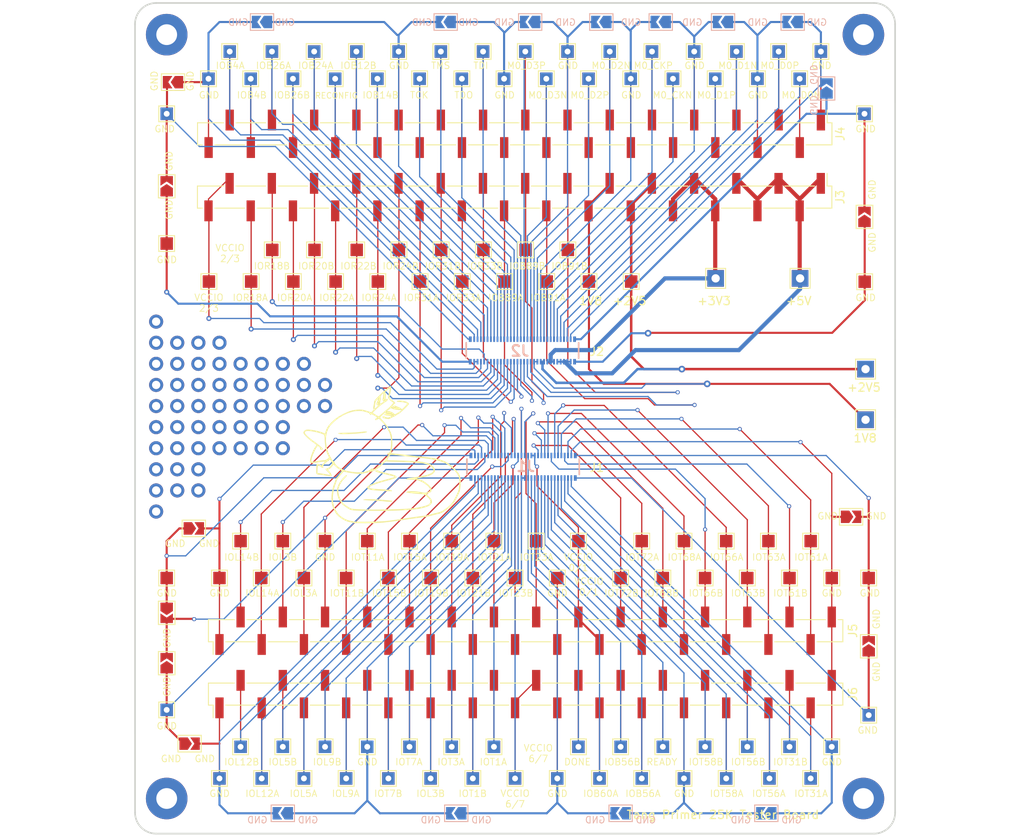
<source format=kicad_pcb>
(kicad_pcb (version 20221018) (generator pcbnew)
  (layers (0 "F.Cu" signal) (31 "B.Cu" signal) (34 "B.Paste" user) (35 "F.Paste" user) (36 "B.SilkS" user "B.Silkscreen") (37 "F.SilkS" user "F.Silkscreen") (38 "B.Mask" user) (39 "F.Mask" user) (44 "Edge.Cuts" user))
  (net 0 "")
  (net 1 "/VCCIO2{slash}3")
  (net 2 "/IOB4A")
  (net 3 "/IOB4B")
  (net 4 "/IOR18A")
  (net 5 "/IOB26A")
  (net 6 "/IOR18B")
  (net 7 "/IOB26B")
  (net 8 "/IOR20A")
  (net 9 "/IOB24A")
  (net 10 "/IOR20B")
  (net 11 "/RECONFIG")
  (net 12 "/IOR22A")
  (net 13 "/IOB12B")
  (net 14 "/IOR22B")
  (net 15 "/IOB14B")
  (net 16 "/IOR24A")
  (net 17 "/IOR24B")
  (net 18 "/TCK")
  (net 19 "/IOR31A")
  (net 20 "/TMS")
  (net 21 "/IOR31B")
  (net 22 "/TDO")
  (net 23 "/IOR33A")
  (net 24 "/TDI")
  (net 25 "/IOR33B")
  (net 26 "/IOB89A")
  (net 27 "/M0_D3P")
  (net 28 "/IOB89B")
  (net 29 "/M0_D3N")
  (net 30 "/IOB91A")
  (net 31 "/IOB91B")
  (net 32 "/M0_D2P")
  (net 33 "/VDD_1V8")
  (net 34 "/M0_D2N")
  (net 35 "+2V5")
  (net 36 "/M0_CKP")
  (net 37 "/M0_CKN")
  (net 38 "+3V3")
  (net 39 "/M0_D1P")
  (net 40 "/M0_D1N")
  (net 41 "+5V")
  (net 42 "/M0_D0P")
  (net 43 "/M0_D0N")
  (net 44 "/IOT31A")
  (net 45 "Net-(J1-Pad64)")
  (net 46 "Net-(J1-Pad63)")
  (net 47 "Net-(J1-Pad62)")
  (net 48 "Net-(J1-Pad61)")
  (net 49 "/IOT61A")
  (net 50 "/IOT31B")
  (net 51 "/IOT61B")
  (net 52 "/IOT56A")
  (net 53 "GND")
  (net 54 "/IOT63A")
  (net 55 "/IOT56B")
  (net 56 "/IOT63B")
  (net 57 "/IOT58A")
  (net 58 "/IOT66A")
  (net 59 "/IOT58B")
  (net 60 "/IOT66B")
  (net 61 "/IOT68A")
  (net 62 "/READY")
  (net 63 "/IOT68B")
  (net 64 "/IOB56A")
  (net 65 "/IOT72A")
  (net 66 "/IOB56B")
  (net 67 "/IOT72B")
  (net 68 "/IOB60A")
  (net 69 "/VCCIO0{slash}1")
  (net 70 "/DONE")
  (net 71 "/VCCIO6{slash}7")
  (net 72 "/IOT23A")
  (net 73 "/IOT23B")
  (net 74 "/IOT1A")
  (net 75 "/IOT21A")
  (net 76 "/IOT1B")
  (net 77 "/IOT21B")
  (net 78 "/IOT3A")
  (net 79 "/IOT19A")
  (net 80 "/IOT3B")
  (net 81 "/IOT19B")
  (net 82 "/IOT7A")
  (net 83 "/IOT15A")
  (net 84 "/IOT7B")
  (net 85 "/IOT15B")
  (net 86 "/IOT11A")
  (net 87 "/IOL9A")
  (net 88 "/IOT11B")
  (net 89 "/IOL9B")
  (net 90 "/IOL5A")
  (net 91 "/IOL3A")
  (net 92 "/IOL5B")
  (net 93 "/IOL3B")
  (net 94 "/IOL12A")
  (net 95 "/IOL14A")
  (net 96 "/IOL12B")
  (net 97 "/IOL14B")
  (footprint "Connector_PinHeader_2.54mm:PinHeader_1x01_P2.54mm_Vertical" (layer "F.Cu") (at 137.16 105.664)
    (fp_text reference "REF**" hide)
    (fp_text value "PinHeader_1x01_P2.54mm_Vertical" hide)
  )
  (footprint "TestPoint:TestPoint_Pad_1.5x1.5mm" (layer "F.Cu") (at 147.32 126.365 180)
    (fp_text reference "TP114")
    (fp_text value "TestPoint")
  )
  (footprint "TestPoint:TestPoint_Pad_1.5x1.5mm" (layer "F.Cu") (at 175.26 121.92 180)
    (fp_text reference "TP92")
    (fp_text value "TestPoint")
  )
  (footprint "TestPoint:TestPoint_THTPad_1.5x1.5mm_Drill0.7mm" (layer "F.Cu") (at 190.5 146.685 180)
    (fp_text reference "TP79")
    (fp_text value "TestPoint")
  )
  (footprint "TestPoint:TestPoint_Pad_1.5x1.5mm" (layer "F.Cu") (at 158.75 86.868)
    (fp_text reference "TP49")
    (fp_text value "TestPoint")
  )
  (footprint "TestPoint:TestPoint_Pad_1.5x1.5mm" (layer "F.Cu") (at 125.73 126.365 180)
    (fp_text reference "TP127")
    (fp_text value "TestPoint")
  )
  (footprint "TestPoint:TestPoint_THTPad_1.5x1.5mm_Drill0.7mm" (layer "F.Cu") (at 149.86 146.685 180)
    (fp_text reference "TP111")
    (fp_text value "TestPoint")
  )
  (footprint "TestPoint:TestPoint_Pad_1.5x1.5mm" (layer "F.Cu") (at 148.59 86.868)
    (fp_text reference "TP53")
    (fp_text value "TestPoint")
  )
  (footprint "TestPoint:TestPoint_THTPad_1.5x1.5mm_Drill0.7mm" (layer "F.Cu") (at 153.632 62.992)
    (fp_text reference "TP21")
    (fp_text value "TestPoint")
  )
  (footprint "Connector_PinHeader_2.54mm:PinHeader_1x01_P2.54mm_Vertical" (layer "F.Cu") (at 127 110.744)
    (fp_text reference "REF**" hide)
    (fp_text value "PinHeader_1x01_P2.54mm_Vertical" hide)
  )
  (footprint "TestPoint:TestPoint_Pad_1.5x1.5mm" (layer "F.Cu") (at 137.1092 126.365 180)
    (fp_text reference "TP122")
    (fp_text value "TestPoint")
  )
  (footprint "TestPoint:TestPoint_THTPad_1.5x1.5mm_Drill0.7mm" (layer "F.Cu") (at 158.712 62.992)
    (fp_text reference "TP19")
    (fp_text value "TestPoint")
  )
  (footprint "TestPoint:TestPoint_THTPad_1.5x1.5mm_Drill0.7mm" (layer "F.Cu") (at 203.2 150.495 180)
    (fp_text reference "TP69")
    (fp_text value "TestPoint")
  )
  (footprint "Jumper:SolderJumper-2_P1.3mm_Open_TrianglePad1.0x1.5mm" (layer "F.Cu") (at 128.487 146.304)
    (fp_text reference "REF**")
    (fp_text value "SolderJumper-2_P1.3mm_Open_TrianglePad1.0x1.5mm")
  )
  (footprint "TestPoint:TestPoint_THTPad_1.5x1.5mm_Drill0.7mm" (layer "F.Cu") (at 198.247 150.495 180)
    (fp_text reference "TP73")
    (fp_text value "TestPoint")
  )
  (footprint "MountingHole:MountingHole_2.5mm_Pad_TopBottom" (layer "F.Cu") (at 125.73 60.96)
    (fp_text reference "REF**" hide)
    (fp_text value "MountingHole_2.5mm_Pad_TopBottom" hide)
  )
  (footprint "TestPoint:TestPoint_THTPad_1.5x1.5mm_Drill0.7mm" (layer "F.Cu") (at 142.24 150.495 180)
    (fp_text reference "TP117")
    (fp_text value "TestPoint")
  )
  (footprint "Connector_PinHeader_2.54mm:PinHeader_1x01_P2.54mm_Vertical" (layer "F.Cu") (at 144.78 105.664)
    (fp_text reference "REF**" hide)
    (fp_text value "PinHeader_1x01_P2.54mm_Vertical" hide)
  )
  (footprint "Connector_PinHeader_2.54mm:PinHeader_1x01_P2.54mm_Vertical" (layer "F.Cu") (at 132.08 110.744)
    (fp_text reference "REF**" hide)
    (fp_text value "PinHeader_1x01_P2.54mm_Vertical" hide)
  )
  (footprint "Connector_PinHeader_2.54mm:PinHeader_1x01_P2.54mm_Vertical" (layer "F.Cu") (at 129.54 98.044)
    (fp_text reference "REF**" hide)
    (fp_text value "PinHeader_1x01_P2.54mm_Vertical" hide)
  )
  (footprint "TestPoint:TestPoint_THTPad_1.5x1.5mm_Drill0.7mm" (layer "F.Cu") (at 156.1592 66.2686)
    (fp_text reference "TP20")
    (fp_text value "TestPoint")
  )
  (footprint "TestPoint:TestPoint_Pad_1.5x1.5mm" (layer "F.Cu") (at 176.53 90.678)
    (fp_text reference "TP42")
    (fp_text value "TestPoint")
  )
  (footprint "Connector_PinHeader_2.54mm:PinHeader_1x01_P2.54mm_Vertical" (layer "F.Cu") (at 129.54 113.284)
    (fp_text reference "REF**" hide)
    (fp_text value "PinHeader_1x01_P2.54mm_Vertical" hide)
  )
  (footprint "TestPoint:TestPoint_Pad_1.5x1.5mm" (layer "F.Cu") (at 139.7 121.92 180)
    (fp_text reference "TP120")
    (fp_text value "TestPoint")
  )
  (footprint "TestPoint:TestPoint_THTPad_1.5x1.5mm_Drill0.7mm" (layer "F.Cu") (at 187.96 150.495)
    (fp_text reference "TP81")
    (fp_text value "TestPoint")
  )
  (footprint "TestPoint:TestPoint_Pad_1.5x1.5mm" (layer "F.Cu") (at 210.185 126.365)
    (fp_text reference "TP65")
    (fp_text value "TestPoint")
  )
  (footprint "TestPoint:TestPoint_Pad_1.5x1.5mm" (layer "F.Cu") (at 157.48 126.365 180)
    (fp_text reference "TP106")
    (fp_text value "TestPoint")
  )
  (footprint "TestPoint:TestPoint_Pad_1.5x1.5mm" (layer "F.Cu") (at 198.12 121.92 180)
    (fp_text reference "TP74")
    (fp_text value "TestPoint")
  )
  (footprint "TestPoint:TestPoint_THTPad_1.5x1.5mm_Drill0.7mm" (layer "F.Cu") (at 163.792 62.992)
    (fp_text reference "TP17")
    (fp_text value "TestPoint")
  )
  (footprint "TestPoint:TestPoint_THTPad_1.5x1.5mm_Drill0.7mm" (layer "F.Cu") (at 172.72 150.495)
    (fp_text reference "TP93")
    (fp_text value "TestPoint")
  )
  (footprint "Connector_PinHeader_2.54mm:PinHeader_1x01_P2.54mm_Vertical" (layer "F.Cu") (at 139.7 100.584)
    (fp_text reference "REF**" hide)
    (fp_text value "PinHeader_1x01_P2.54mm_Vertical" hide)
  )
  (footprint "Connector_PinHeader_2.54mm:PinHeader_1x01_P2.54mm_Vertical" (layer "F.Cu") (at 132.08 103.124)
    (fp_text reference "REF**" hide)
    (fp_text value "PinHeader_1x01_P2.54mm_Vertical" hide)
  )
  (footprint "Connector_PinHeader_2.54mm:PinHeader_1x01_P2.54mm_Vertical" (layer "F.Cu") (at 124.46 113.284)
    (fp_text reference "REF**" hide)
    (fp_text value "PinHeader_1x01_P2.54mm_Vertical" hide)
  )
  (footprint "TestPoint:TestPoint_Pad_1.5x1.5mm" (layer "F.Cu") (at 209.7024 90.7034)
    (fp_text reference "TP64")
    (fp_text value "TestPoint")
  )
  (footprint "TestPoint:TestPoint_THTPad_1.5x1.5mm_Drill0.7mm" (layer "F.Cu") (at 171.3992 66.2686)
    (fp_text reference "TP14")
    (fp_text value "TestPoint")
  )
  (footprint "TestPoint:TestPoint_THTPad_1.5x1.5mm_Drill0.7mm" (layer "F.Cu") (at 185.42 146.685 180)
    (fp_text reference "TP83")
    (fp_text value "TestPoint")
  )
  (footprint "TestPoint:TestPoint_THTPad_1.5x1.5mm_Drill0.7mm" (layer "F.Cu") (at 191.7192 66.2686)
    (fp_text reference "TP6")
    (fp_text value "TestPoint")
  )
  (footprint "TestPoint:TestPoint_Pad_1.5x1.5mm" (layer "F.Cu") (at 165.1 121.92 180)
    (fp_text reference "TP100")
    (fp_text value "TestPoint")
  )
  (footprint "TestPoint:TestPoint_THTPad_1.5x1.5mm_Drill0.7mm" (layer "F.Cu") (at 176.4792 66.2686)
    (fp_text reference "TP12")
    (fp_text value "TestPoint")
  )
  (footprint "TestPoint:TestPoint_Pad_1.5x1.5mm" (layer "F.Cu") (at 135.89 90.678)
    (fp_text reference "TP58")
    (fp_text value "TestPoint")
  )
  (footprint "TestPoint:TestPoint_THTPad_1.5x1.5mm_Drill0.7mm" (layer "F.Cu") (at 161.2392 66.2686)
    (fp_text reference "TP18")
    (fp_text value "TestPoint")
  )
  (footprint "TestPoint:TestPoint_Pad_1.5x1.5mm" (layer "F.Cu") (at 144.78 121.92)
    (fp_text reference "TP116")
    (fp_text value "TestPoint")
  )
  (footprint "Connector_PinHeader_2.54mm:PinHeader_1x01_P2.54mm_Vertical" (layer "F.Cu") (at 127 108.204)
    (fp_text reference "REF**" hide)
    (fp_text value "PinHeader_1x01_P2.54mm_Vertical" hide)
  )
  (footprint "Connector_PinHeader_2.54mm:PinHeader_1x01_P2.54mm_Vertical" (layer "F.Cu") (at 124.46 110.744)
    (fp_text reference "REF**" hide)
    (fp_text value "PinHeader_1x01_P2.54mm_Vertical" hide)
  )
  (footprint "TestPoint:TestPoint_Pad_1.5x1.5mm" (layer "F.Cu") (at 161.29 90.678)
    (fp_text reference "TP48")
    (fp_text value "TestPoint")
  )
  (footprint "TestPoint:TestPoint_Pad_1.5x1.5mm" (layer "F.Cu") (at 182.88 121.92 180)
    (fp_text reference "TP86")
    (fp_text value "TestPoint")
  )
  (footprint "Connector_PinHeader_2.54mm:PinHeader_1x01_P2.54mm_Vertical" (layer "F.Cu") (at 124.46 100.584)
    (fp_text reference "REF**" hide)
    (fp_text value "PinHeader_1x01_P2.54mm_Vertical" hide)
  )
  (footprint "TestPoint:TestPoint_THTPad_1.5x1.5mm_Drill0.7mm" (layer "F.Cu") (at 204.432 62.992)
    (fp_text reference "TP1")
    (fp_text value "TestPoint")
  )
  (footprint "TestPoint:TestPoint_THTPad_1.5x1.5mm_Drill0.7mm" (layer "F.Cu") (at 196.7992 66.2686)
    (fp_text reference "TP4")
    (fp_text value "TestPoint")
  )
  (footprint "TestPoint:TestPoint_Pad_1.5x1.5mm" (layer "F.Cu") (at 181.61 90.678)
    (fp_text reference "TP40")
    (fp_text value "TestPoint")
  )
  (footprint "TestPoint:TestPoint_THTPad_1.5x1.5mm_Drill0.7mm" (layer "F.Cu") (at 205.74 146.685)
    (fp_text reference "TP67")
    (fp_text value "TestPoint")
  )
  (footprint "TestPoint:TestPoint_THTPad_2.0x2.0mm_Drill1.0mm" (layer "F.Cu") (at 209.804 101.219)
    (fp_text reference "REF**" hide)
    (fp_text value "TestPoint_THTPad_2.0x2.0mm_Drill1.0mm")
  )
  (footprint "TestPoint:TestPoint_Pad_1.5x1.5mm" (layer "F.Cu") (at 190.5 126.365 180)
    (fp_text reference "TP80")
    (fp_text value "TestPoint")
  )
  (footprint "TestPoint:TestPoint_Pad_1.5x1.5mm" (layer "F.Cu") (at 153.67 86.868)
    (fp_text reference "TP51")
    (fp_text value "TestPoint")
  )
  (footprint "Connector_PinHeader_2.54mm:PinHeader_1x01_P2.54mm_Vertical" (layer "F.Cu") (at 124.46 115.824)
    (fp_text reference "REF**" hide)
    (fp_text value "PinHeader_1x01_P2.54mm_Vertical" hide)
  )
  (footprint "TestPoint:TestPoint_THTPad_1.5x1.5mm_Drill0.7mm" (layer "F.Cu") (at 148.552 62.992)
    (fp_text reference "TP23")
    (fp_text value "TestPoint")
  )
  (footprint "Connector_PinHeader_2.54mm:PinHeader_1x01_P2.54mm_Vertical" (layer "F.Cu") (at 132.08 100.584)
    (fp_text reference "REF**" hide)
    (fp_text value "PinHeader_1x01_P2.54mm_Vertical" hide)
  )
  (footprint "TestPoint:TestPoint_THTPad_1.5x1.5mm_Drill0.7mm" (layer "F.Cu") (at 194.272 62.992)
    (fp_text reference "TP5")
    (fp_text value "TestPoint")
  )
  (footprint "TestPoint:TestPoint_Pad_1.5x1.5mm" (layer "F.Cu") (at 162.56 126.365 180)
    (fp_text reference "TP102")
    (fp_text value "TestPoint")
  )
  (footprint "MountingHole:MountingHole_2.5mm_Pad_TopBottom" (layer "F.Cu") (at 125.73 152.908)
    (fp_text reference "REF**" hide)
    (fp_text value "MountingHole_2.5mm_Pad_TopBottom")
  )
  (footprint "Connector_PinHeader_2.54mm:PinHeader_1x01_P2.54mm_Vertical" (layer "F.Cu") (at 134.62 100.584)
    (fp_text reference "REF**" hide)
    (fp_text value "PinHeader_1x01_P2.54mm_Vertical" hide)
  )
  (footprint "TestPoint:TestPoint_Pad_1.5x1.5mm" (layer "F.Cu") (at 185.42 126.365 180)
    (fp_text reference "TP84")
    (fp_text value "TestPoint")
  )
  (footprint "TestPoint:TestPoint_Pad_1.5x1.5mm" (layer "F.Cu") (at 166.37 90.678)
    (fp_text reference "TP46")
    (fp_text value "TestPoint")
  )
  (footprint "Connector_PinHeader_2.54mm:PinHeader_1x30_P2.54mm_Vertical_SMD_Pin1Left" (layer "F.Cu") (at 168.91 132.711 90)
    (fp_text reference "J5")
    (fp_text value "Conn_01x30")
  )
  (footprint "Connector_PinHeader_2.54mm:PinHeader_1x01_P2.54mm_Vertical" (layer "F.Cu") (at 124.46 95.504)
    (fp_text reference "REF**" hide)
    (fp_text value "PinHeader_1x01_P2.54mm_Vertical" hide)
  )
  (footprint "Connector_PinHeader_2.54mm:PinHeader_1x01_P2.54mm_Vertical" (layer "F.Cu") (at 127 115.824)
    (fp_text reference "REF**" hide)
    (fp_text value "PinHeader_1x01_P2.54mm_Vertical" hide)
  )
  (footprint "TestPoint:TestPoint_THTPad_1.5x1.5mm_Drill0.7mm" (layer "F.Cu") (at 166.3192 66.2686)
    (fp_text reference "TP16")
    (fp_text value "TestPoint")
  )
  (footprint "Connector_PinHeader_2.54mm:PinHeader_1x01_P2.54mm_Vertical" (layer "F.Cu") (at 129.54 108.204)
    (fp_text reference "REF**" hide)
    (fp_text value "PinHeader_1x01_P2.54mm_Vertical" hide)
  )
  (footprint "TestPoint:TestPoint_THTPad_1.5x1.5mm_Drill0.7mm" (layer "F.Cu") (at 167.64 150.495 180)
    (fp_text reference "TP95")
    (fp_text value "TestPoint")
  )
  (footprint "Connector_PinHeader_2.54mm:PinHeader_1x01_P2.54mm_Vertical" (layer "F.Cu") (at 139.7 108.204)
    (fp_text reference "REF**" hide)
    (fp_text value "PinHeader_1x01_P2.54mm_Vertical" hide)
  )
  (footprint "Connector_PinHeader_2.54mm:PinHeader_1x01_P2.54mm_Vertical" (layer "F.Cu") (at 137.16 103.124)
    (fp_text reference "REF**" hide)
    (fp_text value "PinHeader_1x01_P2.54mm_Vertical" hide)
  )
  (footprint "TestPoint:TestPoint_THTPad_1.5x1.5mm_Drill0.7mm" (layer "F.Cu") (at 182.88 150.495 180)
    (fp_text reference "TP85")
    (fp_text value "TestPoint")
  )
  (footprint "TestPoint:TestPoint_Pad_1.5x1.5mm" (layer "F.Cu") (at 160.02 121.92 180)
    (fp_text reference "TP104")
    (fp_text value "TestPoint")
  )
  (footprint "TestPoint:TestPoint_THTPad_1.5x1.5mm_Drill0.7mm" (layer "F.Cu") (at 189.192 62.992)
    (fp_text reference "TP7")
    (fp_text value "TestPoint")
  )
  (footprint "TestPoint:TestPoint_THTPad_1.5x1.5mm_Drill0.7mm" (layer "F.Cu") (at 175.26 146.685 180)
    (fp_text reference "TP91")
    (fp_text value "TestPoint")
  )
  (footprint "TestPoint:TestPoint_THTPad_1.5x1.5mm_Drill0.7mm" (layer "F.Cu") (at 201.8792 66.2686)
    (fp_text reference "TP2")
    (fp_text value "TestPoint")
  )
  (footprint "MountingHole:MountingHole_2.5mm_Pad_TopBottom" (layer "F.Cu") (at 209.55 60.96)
    (fp_text reference "REF**" hide)
    (fp_text value "MountingHole_2.5mm_Pad_TopBottom" hide)
  )
  (footprint "TestPoint:TestPoint_THTPad_1.5x1.5mm_Drill0.7mm" (layer "F.Cu") (at 132.08 150.495 180)
    (fp_text reference "TP125")
    (fp_text value "TestPoint")
  )
  (footprint "MountingHole:MountingHole_2.5mm_Pad_TopBottom" (layer "F.Cu") (at 209.55 152.908)
    (fp_text reference "REF**" hide)
    (fp_text value "MountingHole_2.5mm_Pad_TopBottom")
  )
  (footprint "TestPoint:TestPoint_Pad_1.5x1.5mm" (layer "F.Cu") (at 167.64 126.365 180)
    (fp_text reference "TP98")
    (fp_text value "TestPoint")
  )
  (footprint "TestPoint:TestPoint_THTPad_1.5x1.5mm_Drill0.7mm" (layer "F.Cu") (at 179.032 62.992)
    (fp_text reference "TP11")
    (fp_text value "TestPoint")
  )
  (footprint "Connector_PinHeader_2.54mm:PinHeader_1x01_P2.54mm_Vertical" (layer "F.Cu") (at 124.46 105.664)
    (fp_text reference "REF**" hide)
    (fp_text value "PinHeader_1x01_P2.54mm_Vertical" hide)
  )
  (footprint "TestPoint:TestPoint_THTPad_1.5x1.5mm_Drill0.7mm" (layer "F.Cu") (at 135.8392 66.2686)
    (fp_text reference "TP28")
    (fp_text value "TestPoint")
  )
  (footprint "TestPoint:TestPoint_THTPad_1.5x1.5mm_Drill0.7mm" (layer "F.Cu") (at 168.872 62.992)
    (fp_text reference "TP15")
    (fp_text value "TestPoint")
  )
  (footprint "TestPoint:TestPoint_Pad_1.5x1.5mm" (layer "F.Cu") (at 142.24 126.365 180)
    (fp_text reference "TP118")
    (fp_text value "TestPoint")
  )
  (footprint "TestPoint:TestPoint_THTPad_2.0x2.0mm_Drill1.0mm" (layer "F.Cu") (at 209.804 107.315)
    (fp_text reference "REF**" hide)
    (fp_text value "TestPoint_THTPad_2.0x2.0mm_Drill1.0mm")
  )
  (footprint "Connector_PinHeader_2.54mm:PinHeader_1x01_P2.54mm_Vertical" (layer "F.Cu") (at 134.62 110.744)
    (fp_text reference "REF**" hide)
    (fp_text value "PinHeader_1x01_P2.54mm_Vertical" hide)
  )
  (footprint "TestPoint:TestPoint_THTPad_1.5x1.5mm_Drill0.7mm" (layer "F.Cu") (at 137.16 150.495 180)
    (fp_text reference "TP121")
    (fp_text value "TestPoint")
  )
  (footprint "TestPoint:TestPoint_Pad_1.5x1.5mm" (layer "F.Cu") (at 203.2 121.92 180)
    (fp_text reference "TP70")
    (fp_text value "TestPoint")
  )
  (footprint "Connector_PinHeader_2.54mm:PinHeader_1x01_P2.54mm_Vertical" (layer "F.Cu") (at 127 98.044)
    (fp_text reference "REF**" hide)
    (fp_text value "PinHeader_1x01_P2.54mm_Vertical" hide)
  )
  (footprint "Jumper:SolderJumper-2_P1.3mm_Open_TrianglePad1.0x1.5mm" (layer "F.Cu") (at 125.73 79.211 90)
    (fp_text reference "REF**")
    (fp_text value "SolderJumper-2_P1.3mm_Open_TrianglePad1.0x1.5mm")
  )
  (footprint "TestPoint:TestPoint_Pad_1.5x1.5mm" (layer "F.Cu") (at 151.13 90.678)
    (fp_text reference "TP52")
    (fp_text value "TestPoint")
  )
  (footprint "TestPoint:TestPoint_Pad_1.5x1.5mm" (layer "F.Cu") (at 170.18 121.92 180)
    (fp_text reference "TP96")
    (fp_text value "TestPoint")
  )
  (footprint "Connector_PinHeader_2.54mm:PinHeader_1x01_P2.54mm_Vertical" (layer "F.Cu") (at 144.78 103.124)
    (fp_text reference "REF**" hide)
    (fp_text value "PinHeader_1x01_P2.54mm_Vertical" hide)
  )
  (footprint "TestPoint:TestPoint_THTPad_1.5x1.5mm_Drill0.7mm" (layer "F.Cu") (at 162.56 150.495 180)
    (fp_text reference "TP101")
    (fp_text value "TestPoint")
  )
  (footprint "TestPoint:TestPoint_THTPad_2.0x2.0mm_Drill1.0mm" (layer "F.Cu") (at 201.93 90.297)
    (fp_text reference "TP35")
    (fp_text value "TestPoint")
  )
  (footprint "TestPoint:TestPoint_THTPad_1.5x1.5mm_Drill0.7mm" (layer "F.Cu") (at 184.112 62.992)
    (fp_text reference "TP9")
    (fp_text value "TestPoint")
  )
  (footprint "Connector_PinHeader_2.54mm:PinHeader_1x01_P2.54mm_Vertical" (layer "F.Cu") (at 127 103.124)
    (fp_text reference "REF**" hide)
    (fp_text value "PinHeader_1x01_P2.54mm_Vertical" hide)
  )
  (footprint "TestPoint:TestPoint_THTPad_1.5x1.5mm_Drill0.7mm" (layer "F.Cu") (at 186.6392 66.2686)
    (fp_text reference "TP8")
    (fp_text value "TestPoint")
  )
  (footprint "TestPoint:TestPoint_Pad_1.5x1.5mm" (layer "F.Cu") (at 149.86 121.92 180)
    (fp_text reference "TP112")
    (fp_text value "TestPoint")
  )
  (footprint "TestPoint:TestPoint_THTPad_1.5x1.5mm_Drill0.7mm" (layer "F.Cu") (at 154.94 146.685 180)
    (fp_text reference "TP107")
    (fp_text value "TestPoint")
  )
  (footprint "Connector_PinHeader_2.54mm:PinHeader_1x01_P2.54mm_Vertical" (layer "F.Cu") (at 132.08 105.664)
    (fp_text reference "REF**" hide)
    (fp_text value "PinHeader_1x01_P2.54mm_Vertical" hide)
  )
  (footprint "Connector_PinHeader_2.54mm:PinHeader_1x01_P2.54mm_Vertical" (layer "F.Cu") (at 142.24 103.124)
    (fp_text reference "REF**" hide)
    (fp_text value "PinHeader_1x01_P2.54mm_Vertical" hide)
  )
  (footprint "Jumper:SolderJumper-2_P1.3mm_Open_TrianglePad1.0x1.5mm" (layer "F.Cu") (at 210.185 134.583 90)
    (fp_text reference "REF**")
    (fp_text value "SolderJumper-2_P1.3mm_Open_TrianglePad1.0x1.5mm")
  )
  (footprint "TestPoint:TestPoint_Pad_1.5x1.5mm" (layer "F.Cu") (at 134.62 121.92 180)
    (fp_text reference "TP124")
    (fp_text value "TestPoint")
  )
  (footprint "TestPoint:TestPoint_THTPad_1.5x1.5mm_Drill0.7mm" (layer "F.Cu") (at 151.0792 66.2686)
    (fp_text reference "TP22")
    (fp_text value "TestPoint")
  )
  (footprint "TestPoint:TestPoint_Pad_1.5x1.5mm" (layer "F.Cu") (at 195.58 126.365 180)
    (fp_text reference "TP76")
    (fp_text value "TestPoint")
  )
  (footprint "Connector_PinHeader_2.54mm:PinHeader_1x01_P2.54mm_Vertical" (layer "F.Cu") (at 124.46 103.124)
    (fp_text reference "REF**" hide)
    (fp_text value "PinHeader_1x01_P2.54mm_Vertical" hide)
  )
  (footprint "Connector_PinHeader_2.54mm:PinHeader_1x01_P2.54mm_Vertical" (layer "F.Cu") (at 129.54 105.664)
    (fp_text reference "REF**" hide)
    (fp_text value "PinHeader_1x01_P2.54mm_Vertical" hide)
  )
  (footprint "TestPoint:TestPoint_Pad_1.5x1.5mm" (layer "F.Cu") (at 180.34 126.365 180)
    (fp_text reference "TP88")
    (fp_text value "TestPoint")
  )
  (footprint "Connector_PinHeader_2.54mm:PinHeader_1x01_P2.54mm_Vertical" (layer "F.Cu") (at 129.54 103.124)
    (fp_text reference "REF**" hide)
    (fp_text value "PinHeader_1x01_P2.54mm_Vertical" hide)
  )
  (footprint "Connector_PinHeader_2.54mm:PinHeader_1x01_P2.54mm_Vertical" (layer "F.Cu") (at 137.16 108.204)
    (fp_text reference "REF**" hide)
    (fp_text value "PinHeader_1x01_P2.54mm_Vertical" hide)
  )
  (footprint "Connector_PinHeader_2.54mm:PinHeader_1x01_P2.54mm_Vertical" (layer "F.Cu") (at 137.16 100.584)
    (fp_text reference "REF**" hide)
    (fp_text value "PinHeader_1x01_P2.54mm_Vertical" hide)
  )
  (footprint "TestPoint:TestPoint_THTPad_1.5x1.5mm_Drill0.7mm" (layer "F.Cu") (at 133.312 62.992)
    (fp_text reference "TP29")
    (fp_text value "TestPoint")
  )
  (footprint "TestPoint:TestPoint_Pad_1.5x1.5mm" (layer "F.Cu") (at 156.21 90.678)
    (fp_text reference "TP50")
    (fp_text value "TestPoint")
  )
  (footprint "Jumper:SolderJumper-2_P1.3mm_Open_TrianglePad1.0x1.5mm" (layer "F.Cu") (at 125.73 136.615 90)
    (fp_text reference "REF**")
    (fp_text value "SolderJumper-2_P1.3mm_Open_TrianglePad1.0x1.5mm")
  )
  (footprint "Connector_PinHeader_2.54mm:PinHeader_1x01_P2.54mm_Vertical" (layer "F.Cu") (at 132.08 108.204)
    (fp_text reference "REF**" hide)
    (fp_text value "PinHeader_1x01_P2.54mm_Vertical" hide)
  )
  (footprint "TestPoint:TestPoint_THTPad_1.5x1.5mm_Drill0.7mm" (layer "F.Cu") (at 181.5592 66.2686)
    (fp_text reference "TP10")
    (fp_text value "TestPoint")
  )
  (footprint "Connector_PinHeader_2.54mm:PinHeader_1x01_P2.54mm_Vertical" (layer "F.Cu") (at 139.7 103.124)
    (fp_text reference "REF**" hide)
    (fp_text value "PinHeader_1x01_P2.54mm_Vertical" hide)
  )
  (footprint "TestPoint:TestPoint_THTPad_1.5x1.5mm_Drill0.7mm" (layer "F.Cu") (at 210.185 142.875)
    (fp_text reference "TP66")
    (fp_text value "TestPoint")
  )
  (footprint "TestPoint:TestPoint_THTPad_1.5x1.5mm_Drill0.7mm" (layer "F.Cu") (at 157.48 150.495 180)
    (fp_text reference "TP105")
    (fp_text value "TestPoint")
  )
  (footprint "Connector_PinHeader_2.54mm:PinHeader_1x01_P2.54mm_Vertical" (layer "F.Cu") (at 129.54 110.744)
    (fp_text reference "REF**" hide)
    (fp_text value "PinHeader_1x01_P2.54mm_Vertical" hide)
  )
  (footprint "Connector_PinHeader_2.54mm:PinHeader_1x30_P2.54mm_Vertical_SMD_Pin1Left" (layer "F.Cu") (at 167.602 72.894 -90)
    (fp_text reference "J4")
    (fp_text value "Conn_01x30")
  )
  (footprint "TestPoint:TestPoint_Pad_1.5x1.5mm" (layer "F.Cu") (at 200.66 126.365 180)
    (fp_text reference "TP72")
    (fp_text value "TestPoint")
  )
  (footprint "Jumper:SolderJumper-2_P1.3mm_Open_TrianglePad1.0x1.5mm" (layer "F.Cu") (at 128.995 120.396)
    (fp_text reference "REF**")
    (fp_text value "SolderJumper-2_P1.3mm_Open_TrianglePad1.0x1.5mm")
  )
  (footprint "Connector_PinHeader_2.54mm:PinHeader_1x01_P2.54mm_Vertical" (layer "F.Cu") (at 129.54 115.824)
    (fp_text reference "REF**" hide)
    (fp_text value "PinHeader_1x01_P2.54mm_Vertical" hide)
  )
  (footprint "TestPoint:TestPoint_THTPad_1.5x1.5mm_Drill0.7mm" (layer "F.Cu") (at 130.7592 66.2686)
    (fp_text reference "TP30")
    (fp_text value "TestPoint")
  )
  (footprint "Jumper:SolderJumper-2_P1.3mm_Open_TrianglePad1.0x1.5mm" (layer "F.Cu") (at 125.73 130.556 -90)
    (fp_text reference "REF**")
    (fp_text value "SolderJumper-2_P1.3mm_Open_TrianglePad1.0x1.5mm")
  )
  (footprint "TestPoint:TestPoint_Pad_1.5x1.5mm" (layer "F.Cu") (at 168.91 86.868)
    (fp_text reference "TP45")
    (fp_text value "TestPoint")
  )
  (footprint "Connector_PinHeader_2.54mm:PinHeader_1x01_P2.54mm_Vertical" (layer "F.Cu") (at 127 100.584)
    (fp_text reference "REF**" hide)
    (fp_text value "PinHeader_1x01_P2.54mm_Vertical" hide)
  )
  (footprint "Connector_PinHeader_2.54mm:PinHeader_1x01_P2.54mm_Vertical" (layer "F.Cu") (at 137.16 110.744)
    (fp_text reference "REF**" hide)
    (fp_text value "PinHeader_1x01_P2.54mm_Vertical" hide)
  )
  (footprint "TestPoint:TestPoint_THTPad_1.5x1.5mm_Drill0.7mm" (layer "F.Cu") (at 144.78 146.685 180)
    (fp_text reference "TP115")
    (fp_text value "TestPoint")
  )
  (footprint "TestPoint:TestPoint_Pad_1.5x1.5mm" (layer "F.Cu") (at 130.81 90.678)
    (fp_text reference "TP60")
    (fp_text value "TestPoint")
  )
  (footprint "TestPoint:TestPoint_THTPad_1.5x1.5mm_Drill0.7mm" (layer "F.Cu") (at 138.392 62.992)
    (fp_text reference "TP27")
    (fp_text value "TestPoint")
  )
  (footprint "Connector_PinHeader_2.54mm:PinHeader_1x30_P2.54mm_Vertical_SMD_Pin1Left" (layer "F.Cu") (at 168.91 140.339 90)
    (fp_text reference "J6")
    (fp_text value "Conn_01x30")
  )
  (footprint "TestPoint:TestPoint_THTPad_1.5x1.5mm_Drill0.7mm" (layer "F.Cu") (at 180.34 146.685 180)
    (fp_text reference "TP87")
    (fp_text value "TestPoint")
  )
  (footprint "Connector_PinHeader_2.54mm:PinHeader_1x01_P2.54mm_Vertical" (layer "F.Cu") (at 134.62 105.664)
    (fp_text reference "REF**" hide)
    (fp_text value "PinHeader_1x01_P2.54mm_Vertical" hide)
  )
  (footprint "TestPoint:TestPoint_THTPad_1.5x1.5mm_Drill0.7mm" (layer "F.Cu") (at 147.32 150.495 180)
    (fp_text reference "TP113")
    (fp_text value "TestPoint")
  )
  (footprint "TestPoint:TestPoint_THTPad_1.5x1.5mm_Drill0.7mm" (layer "F.Cu") (at 139.7 146.685 180)
    (fp_text reference "TP119")
    (fp_text value "TestPoint")
  )
  (footprint "Connector_PinHeader_2.54mm:PinHeader_1x01_P2.54mm_Vertical" (layer "F.Cu") (at 134.62 103.124)
    (fp_text reference "REF**" hide)
    (fp_text value "PinHeader_1x01_P2.54mm_Vertical" hide)
  )
  (footprint "Jumper:SolderJumper-2_P1.3mm_Open_TrianglePad1.0x1.5mm" (layer "F.Cu") (at 208.063 118.999)
    (fp_text reference "REF**")
    (fp_text value "SolderJumper-2_P1.3mm_Open_TrianglePad1.0x1.5mm")
  )
  (footprint "TestPoint:TestPoint_Pad_1.5x1.5mm" (layer "F.Cu") (at 138.43 86.868)
    (fp_text reference "TP57")
    (fp_text value "TestPoint")
  )
  (footprint "MyLibrary:kamo20" (layer "F.Cu") (at 151.517794 112.522)
    (fp_text reference "G***" hide)
    (fp_text value "LOGO" hide)
  )
  (footprint "TestPoint:TestPoint_THTPad_1.5x1.5mm_Drill0.7mm" (layer "F.Cu") (at 195.58 146.685 180)
    (fp_text reference "TP75")
    (fp_text value "TestPoint")
  )
  (footprint "TestPoint:TestPoint_THTPad_1.5x1.5mm_Drill0.7mm" (layer "F.Cu") (at 177.8 150.495 180)
    (fp_text reference "TP89")
    (fp_text value "TestPoint")
  )
  (footprint "TestPoint:TestPoint_Pad_1.5x1.5mm" (layer "F.Cu") (at 193.04 121.92 180)
    (fp_text reference "TP78")
    (fp_text value "TestPoint")
  )
  (footprint "Connector_PinHeader_2.54mm:PinHeader_1x01_P2.54mm_Vertical" (layer "F.Cu") (at 127 105.664)
    (fp_text reference "REF**" hide)
    (fp_text value "PinHeader_1x01_P2.54mm_Vertical" hide)
  )
  (footprint "Connector_PinHeader_2.54mm:PinHeader_1x01_P2.54mm_Vertical" (layer "F.Cu") (at 142.24 100.584)
    (fp_text reference "REF**" hide)
    (fp_text value "PinHeader_1x01_P2.54mm_Vertical" hide)
  )
  (footprint "Connector_PinHeader_2.54mm:PinHeader_1x30_P2.54mm_Vertical_SMD_Pin1Left" (layer "F.Cu") (at 167.5892 80.5136 -90)
    (fp_text reference "J3")
    (fp_text value "Conn_01x30" hide)
  )
  (footprint "Connector_PinHeader_2.54mm:PinHeader_1x01_P2.54mm_Vertical" (layer "F.Cu") (at 139.7 105.664)
    (fp_text reference "REF**" hide)
    (fp_text value "PinHeader_1x01_P2.54mm_Vertical" hide)
  )
  (footprint "TestPoint:TestPoint_THTPad_1.5x1.5mm_Drill0.7mm" (layer "F.Cu") (at 152.4 150.495 180)
    (fp_text reference "TP109")
    (fp_text value "TestPoint")
  )
  (footprint "Connector_PinHeader_2.54mm:PinHeader_1x01_P2.54mm_Vertical" (layer "F.Cu") (at 132.08 98.044)
    (fp_text reference "REF**" hide)
    (fp_text value "PinHeader_1x01_P2.54mm_Vertical" hide)
  )
  (footprint "TestPoint:TestPoint_Pad_1.5x1.5mm" (layer "F.Cu") (at 146.05 90.678)
    (fp_text reference "TP54")
    (fp_text value "TestPoint")
  )
  (footprint "TestPoint:TestPoint_THTPad_1.5x1.5mm_Drill0.7mm" (layer "F.Cu") (at 134.62 146.685 180)
    (fp_text reference "TP123")
    (fp_text value "TestPoint")
  )
  (footprint "TestPoint:TestPoint_THTPad_1.5x1.5mm_Drill0.7mm" (layer "F.Cu") (at 209.677 70.485)
    (fp_text reference "TP63")
    (fp_text value "TestPoint")
  )
  (footprint "TestPoint:TestPoint_THTPad_1.5x1.5mm_Drill0.7mm" (layer "F.Cu") (at 160.02 146.685 180)
    (fp_text reference "TP103")
    (fp_text value "TestPoint")
  )
  (footprint "TestPoint:TestPoint_Pad_1.5x1.5mm" (layer "F.Cu") (at 173.99 86.868)
    (fp_text reference "TP43")
    (fp_text value "TestPoint")
  )
  (footprint "Jumper:SolderJumper-2_P1.3mm_Open_TrianglePad1.0x1.5mm" (layer "F.Cu") (at 126.492 66.675 180)
    (fp_text reference "REF**")
    (fp_text value "SolderJumper-2_P1.3mm_Open_TrianglePad1.0x1.5mm")
  )
  (footprint "TestPoint:TestPoint_THTPad_1.5x1.5mm_Drill0.7mm" (layer "F.Cu") (at 125.73 142.24)
    (fp_text reference "TP128")
    (fp_text value "TestPoint")
  )
  (footprint "TestPoint:TestPoint_Pad_1.5x1.5mm" (layer "F.Cu") (at 205.74 126.365)
    (fp_text reference "TP68")
    (fp_text value "TestPoint")
  )
  (footprint "TestPoint:TestPoint_Pad_1.5x1.5mm" (layer "F.Cu") (at 163.83 86.868)
    (fp_text reference "TP47")
    (fp_text value "TestPoint")
  )
  (footprint "TestPoint:TestPoint_Pad_1.5x1.5mm" (layer "F.Cu") (at 187.96 121.92 180)
    (fp_text reference "TP82")
    (fp_text value "TestPoint")
  )
  (footprint "Connector_PinHeader_2.54mm:PinHeader_1x01_P2.54mm_Vertical" (layer "F.Cu") (at 134.62 108.204)
    (fp_text reference "REF**" hide)
    (fp_text value "PinHeader_1x01_P2.54mm_Vertical" hide)
  )
  (footprint "TestPoint:TestPoint_Pad_1.5x1.5mm" (layer "F.Cu") (at 154.94 121.92 180)
    (fp_text reference "TP108")
    (fp_text value "TestPoint")
  )
  (footprint "Connector_PinHeader_2.54mm:PinHeader_1x01_P2.54mm_Vertical" (layer "F.Cu") (at 124.46 118.364)
    (fp_text reference "REF**" hide)
    (fp_text value "PinHeader_1x01_P2.54mm_Vertical" hide)
  )
  (footprint "Connector_PinHeader_2.54mm:PinHeader_1x01_P2.54mm_Vertical" (layer "F.Cu") (at 124.46 108.204)
    (fp_text reference "REF**" hide)
    (fp_text value "PinHeader_1x01_P2.54mm_Vertical" hide)
  )
  (footprint "TestPoint:TestPoint_THTPad_1.5x1.5mm_Drill0.7mm" (layer "F.Cu") (at 193.04 150.495 180)
    (fp_text reference "TP77")
    (fp_text value "TestPoint")
  )
  (footprint "TestPoint:TestPoint_THTPad_2.0x2.0mm_Drill1.0mm" (layer "F.Cu") (at 191.77 90.297)
    (fp_text reference "TP37")
    (fp_text value "TestPoint")
  )
  (footprint "TestPoint:TestPoint_THTPad_1.5x1.5mm_Drill0.7mm" (layer "F.Cu") (at 143.472 62.992)
    (fp_text reference "TP25")
    (fp_text value "TestPoint")
  )
  (footprint "TestPoint:TestPoint_Pad_1.5x1.5mm" (layer "F.Cu") (at 132.08 126.365 180)
    (fp_text reference "TP126")
    (fp_text value "TestPoint")
  )
  (footprint "Connector_PinHeader_2.54mm:PinHeader_1x01_P2.54mm_Vertical" (layer "F.Cu") (at 127 113.284)
    (fp_text reference "REF**" hide)
    (fp_text value "PinHeader_1x01_P2.54mm_Vertical" hide)
  )
  (footprint "Connector_PinHeader_2.54mm:PinHeader_1x01_P2.54mm_Vertical" (layer "F.Cu") (at 129.54 100.584)
    (fp_text reference "REF**" hide)
    (fp_text value "PinHeader_1x01_P2.54mm_Vertical" hide)
  )
  (footprint "TestPoint:TestPoint_THTPad_1.5x1.5mm_Drill0.7mm" (layer "F.Cu") (at 145.9992 66.2686)
    (fp_text reference "TP24")
    (fp_text value "TestPoint")
  )
  (footprint "TestPoint:TestPoint_THTPad_1.5x1.5mm_Drill0.7mm" (layer "F.Cu") (at 140.9192 66.2686)
    (fp_text reference "TP26")
    (fp_text value "TestPoint")
  )
  (footprint "Jumper:SolderJumper-2_P1.3mm_Open_TrianglePad1.0x1.5mm" (layer "F.Cu") (at 209.677 82.894 90)
    (fp_text reference "REF**")
    (fp_text value "SolderJumper-2_P1.3mm_Open_TrianglePad1.0x1.5mm")
  )
  (footprint "TestPoint:TestPoint_Pad_1.5x1.5mm" (layer "F.Cu") (at 143.51 86.868)
    (fp_text reference "TP55")
    (fp_text value "TestPoint")
  )
  (footprint "TestPoint:TestPoint_Pad_1.5x1.5mm" (layer "F.Cu") (at 140.97 90.678)
    (fp_text reference "TP56")
    (fp_text value "TestPoint")
  )
  (footprint "TestPoint:TestPoint_Pad_1.5x1.5mm" (layer "F.Cu") (at 172.72 126.365)
    (fp_text reference "TP94")
    (fp_text value "TestPoint")
  )
  (footprint "Connector_PinHeader_2.54mm:PinHeader_1x01_P2.54mm_Vertical" (layer "F.Cu") (at 142.24 105.664)
    (fp_text reference "REF**" hide)
    (fp_text value "PinHeader_1x01_P2.54mm_Vertical" hide)
  )
  (footprint "TestPoint:TestPoint_Pad_1.5x1.5mm" (layer "F.Cu") (at 152.4 126.365 180)
    (fp_text reference "TP110")
    (fp_text value "TestPoint")
  )
  (footprint "TestPoint:TestPoint_THTPad_1.5x1.5mm_Drill0.7mm" (layer "F.Cu") (at 199.352 62.992)
    (fp_text reference "TP3")
    (fp_text value "TestPoint")
  )
  (footprint "TestPoint:TestPoint_Pad_1.5x1.5mm" (layer "F.Cu") (at 171.45 90.678)
    (fp_text reference "TP44")
    (fp_text value "TestPoint")
  )
  (footprint "TestPoint:TestPoint_Pad_1.5x1.5mm" (layer "F.Cu") (at 125.73 86.106)
    (fp_text reference "TP62")
    (fp_text value "TestPoint")
  )
  (footprint "TestPoint:TestPoint_THTPad_1.5x1.5mm_Drill0.7mm" (layer "F.Cu") (at 125.73 70.485)
    (fp_text reference "TP61")
    (fp_text value "TestPoint")
  )
  (footprint "TestPoint:TestPoint_THTPad_1.5x1.5mm_Drill0.7mm" (layer "F.Cu") (at 173.952 62.992)
    (fp_text reference "TP13")
    (fp_text value "TestPoint")
  )
  (footprint "Connector_PinHeader_2.54mm:PinHeader_1x01_P2.54mm_Vertical" (layer "F.Cu") (at 139.7 110.744)
    (fp_text reference "REF**" hide)
    (fp_text value "PinHeader_1x01_P2.54mm_Vertical" hide)
  )
  (footprint "Connector_PinHeader_2.54mm:PinHeader_1x01_P2.54mm_Vertical" (layer "F.Cu") (at 124.46 98.044)
    (fp_text reference "REF**" hide)
    (fp_text value "PinHeader_1x01_P2.54mm_Vertical" hide)
  )
  (footprint "TestPoint:TestPoint_THTPad_1.5x1.5mm_Drill0.7mm" (layer "F.Cu") (at 200.66 146.685 180)
    (fp_text reference "TP71")
    (fp_text value "TestPoint")
  )
  (footprint "TestPoint:TestPoint_THTPad_1.5x1.5mm_Drill0.7mm" (layer "F.Cu") (at 165.1 146.685 180)
    (fp_text reference "TP99")
    (fp_text value "TestPoint")
  )
  (footprint "Jumper:SolderJumper-2_P1.3mm_Open_TrianglePad1.0x1.5mm" (layer "B.Cu") (at 169.455 59.436 180)
    (fp_text reference "REF**")
    (fp_text value "SolderJumper-2_P1.3mm_Open_TrianglePad1.0x1.5mm" hide)
  )
  (footprint "Jumper:SolderJumper-2_P1.3mm_Open_TrianglePad1.0x1.5mm" (layer "B.Cu") (at 159.295 59.436 180)
    (fp_text reference "REF**")
    (fp_text value "SolderJumper-2_P1.3mm_Open_TrianglePad1.0x1.5mm" hide)
  )
  (footprint "Jumper:SolderJumper-2_P1.3mm_Open_TrianglePad1.0x1.5mm" (layer "B.Cu") (at 160.565 154.686 180)
    (fp_text reference "REF**")
    (fp_text value "SolderJumper-2_P1.3mm_Open_TrianglePad1.0x1.5mm" hide)
  )
  (footprint "Jumper:SolderJumper-2_P1.3mm_Open_TrianglePad1.0x1.5mm" (layer "B.Cu") (at 139.7 154.686 180)
    (fp_text reference "REF**")
    (fp_text value "SolderJumper-2_P1.3mm_Open_TrianglePad1.0x1.5mm" hide)
  )
  (footprint "Jumper:SolderJumper-2_P1.3mm_Open_TrianglePad1.0x1.5mm" (layer "B.Cu") (at 197.866 154.686 180)
    (fp_text reference "REF**")
    (fp_text value "SolderJumper-2_P1.3mm_Open_TrianglePad1.0x1.5mm" hide)
  )
  (footprint "Jumper:SolderJumper-2_P1.3mm_Open_TrianglePad1.0x1.5mm" (layer "B.Cu") (at 137.197 59.436 180)
    (fp_text reference "REF**")
    (fp_text value "SolderJumper-2_P1.3mm_Open_TrianglePad1.0x1.5mm" hide)
  )
  (footprint "Jumper:SolderJumper-2_P1.3mm_Open_TrianglePad1.0x1.5mm" (layer "B.Cu") (at 192.659 59.436 180)
    (fp_text reference "REF**")
    (fp_text value "SolderJumper-2_P1.3mm_Open_TrianglePad1.0x1.5mm" hide)
  )
  (footprint "Jumper:SolderJumper-2_P1.3mm_Open_TrianglePad1.0x1.5mm" (layer "B.Cu") (at 185.166 59.436 180)
    (fp_text reference "REF**")
    (fp_text value "SolderJumper-2_P1.3mm_Open_TrianglePad1.0x1.5mm" hide)
  )
  (footprint "SamacSys_Parts:DF40C-60DP-0.4V_51_" (layer "B.Cu") (at 168.608 112.975 180)
    (fp_text reference "J1")
    (fp_text value "DF40C-60DP-0.4V_51_" hide)
  )
  (footprint "SamacSys_Parts:DF40C-60DP-0.4V_51_" (layer "B.Cu") (at 168.526 98.975)
    (fp_text reference "J2")
    (fp_text value "DF40C-60DP-0.4V_51_" hide)
  )
  (footprint "Jumper:SolderJumper-2_P1.3mm_Open_TrianglePad1.0x1.5mm" (layer "B.Cu") (at 180.34 154.686 180)
    (fp_text reference "REF**")
    (fp_text value "SolderJumper-2_P1.3mm_Open_TrianglePad1.0x1.5mm" hide)
  )
  (footprint "Jumper:SolderJumper-2_P1.3mm_Open_TrianglePad1.0x1.5mm" (layer "B.Cu") (at 178.017 59.436 180)
    (fp_text reference "REF**")
    (fp_text value "SolderJumper-2_P1.3mm_Open_TrianglePad1.0x1.5mm" hide)
  )
  (footprint "Jumper:SolderJumper-2_P1.3mm_Open_TrianglePad1.0x1.5mm" (layer "B.Cu") (at 205.105 67.437 90)
    (fp_text reference "REF**")
    (fp_text value "SolderJumper-2_P1.3mm_Open_TrianglePad1.0x1.5mm" hide)
  )
  (footprint "Jumper:SolderJumper-2_P1.3mm_Open_TrianglePad1.0x1.5mm" (layer "B.Cu") (at 201.041 59.436 180)
    (fp_text reference "REF**")
    (fp_text value "SolderJumper-2_P1.3mm_Open_TrianglePad1.0x1.5mm" hide)
  )
  (gr_line (start 210.82 57.15) (end 124.46 57.15) (stroke (width 0.2)) (layer "Edge.Cuts"))
  (gr_arc (start 124.462312 157.136238) (mid 122.666261 156.392289) (end 121.922312 154.596238) (stroke (width 0.2)) (layer "Edge.Cuts"))
  (gr_arc (start 210.82 57.15) (mid 212.616051 57.893949) (end 213.36 59.69) (stroke (width 0.2)) (layer "Edge.Cuts"))
  (gr_line (start 124.462312 157.136238) (end 210.82 157.136238) (stroke (width 0.2)) (layer "Edge.Cuts"))
  (gr_line (start 121.92 59.69) (end 121.922312 154.596238) (stroke (width 0.2)) (layer "Edge.Cuts"))
  (gr_arc (start 213.362339 154.596238) (mid 212.617552 156.393105) (end 210.82 157.136238) (stroke (width 0.2)) (layer "Edge.Cuts"))
  (gr_arc (start 121.92 59.69) (mid 122.663949 57.893949) (end 124.46 57.15) (stroke (width 0.2)) (layer "Edge.Cuts"))
  (gr_line (start 213.362312 154.596238) (end 213.36 59.69) (stroke (width 0.2)) (layer "Edge.Cuts"))
  (gr_text "GND" (at 190.246 59.944) (layer "B.SilkS") (effects (font (size 0.8 0.8) (thickness 0.1)) (justify left bottom mirror)))
  (gr_text "GND" (at 167.64 59.944) (layer "B.SilkS") (effects (font (size 0.8 0.8) (thickness 0.1)) (justify left bottom mirror)))
  (gr_text "GND" (at 135.636 59.944) (layer "B.SilkS") (effects (font (size 0.8 0.8) (thickness 0.1)) (justify left bottom mirror)))
  (gr_text "GND" (at 163.322 59.944) (layer "B.SilkS") (effects (font (size 0.8 0.8) (thickness 0.1)) (justify left bottom mirror)))
  (gr_text "GND" (at 157.734 59.944) (layer "B.SilkS") (effects (font (size 0.8 0.8) (thickness 0.1)) (justify left bottom mirror)))
  (gr_text "GND" (at 203.073 70.739 -90) (layer "B.SilkS") (effects (font (size 0.8 0.8) (thickness 0.1)) (justify left bottom mirror)))
  (gr_text "GND" (at 141.224 59.944) (layer "B.SilkS") (effects (font (size 0.8 0.8) (thickness 0.1)) (justify left bottom mirror)))
  (gr_text "GND" (at 158.787 155.956) (layer "B.SilkS") (effects (font (size 0.8 0.8) (thickness 0.1)) (justify left bottom mirror)))
  (gr_text "GND" (at 203.073 67.056 -90) (layer "B.SilkS") (effects (font (size 0.8 0.8) (thickness 0.1)) (justify left bottom mirror)))
  (gr_text "GND" (at 198.12 59.944) (layer "B.SilkS") (effects (font (size 0.8 0.8) (thickness 0.1)) (justify left bottom mirror)))
  (gr_text "GND" (at 205.232 59.944) (layer "B.SilkS") (effects (font (size 0.8 0.8) (thickness 0.1)) (justify left bottom mirror)))
  (gr_text "GND" (at 196.088 155.956) (layer "B.SilkS") (effects (font (size 0.8 0.8) (thickness 0.1)) (justify left bottom mirror)))
  (gr_text "GND" (at 175.006 59.944) (layer "B.SilkS") (effects (font (size 0.8 0.8) (thickness 0.1)) (justify left bottom mirror)))
  (gr_text "GND" (at 202.184 155.956) (layer "B.SilkS") (effects (font (size 0.8 0.8) (thickness 0.1)) (justify left bottom mirror)))
  (gr_text "GND" (at 137.922 155.956) (layer "B.SilkS") (effects (font (size 0.8 0.8) (thickness 0.1)) (justify left bottom mirror)))
  (gr_text "GND" (at 182.88 59.944) (layer "B.SilkS") (effects (font (size 0.8 0.8) (thickness 0.1)) (justify left bottom mirror)))
  (gr_text "GND" (at 164.883 155.956) (layer "B.SilkS") (effects (font (size 0.8 0.8) (thickness 0.1)) (justify left bottom mirror)))
  (gr_text "GND" (at 178.562 155.956) (layer "B.SilkS") (effects (font (size 0.8 0.8) (thickness 0.1)) (justify left bottom mirror)))
  (gr_text "GND" (at 144.018 155.956) (layer "B.SilkS") (effects (font (size 0.8 0.8) (thickness 0.1)) (justify left bottom mirror)))
  (gr_text "GND" (at 184.658 155.956) (layer "B.SilkS") (effects (font (size 0.8 0.8) (thickness 0.1)) (justify left bottom mirror)))
  (gr_text "IOR33A" (at 159.258 93.091) (layer "F.SilkS") (effects (font (size 0.8 0.8) (thickness 0.1)) (justify left bottom)))
  (gr_text "DONE" (at 173.482 148.971) (layer "F.SilkS") (effects (font (size 0.8 0.8) (thickness 0.1)) (justify left bottom)))
  (gr_text "IOT15B" (at 150.368 128.651) (layer "F.SilkS") (effects (font (size 0.8 0.8) (thickness 0.1)) (justify left bottom)))
  (gr_text "IOR24B" (at 151.638 89.281) (layer "F.SilkS") (effects (font (size 0.8 0.8) (thickness 0.1)) (justify left bottom)))
  (gr_text "GND" (at 126.238 140.716 90) (layer "F.SilkS") (effects (font (size 0.8 0.8) (thickness 0.1)) (justify left bottom)))
  (gr_text "IOL12B" (at 132.588 148.971) (layer "F.SilkS") (effects (font (size 0.8 0.8) (thickness 0.1)) (justify left bottom)))
  (gr_text "IOL14A" (at 135.128 128.651) (layer "F.SilkS") (effects (font (size 0.8 0.8) (thickness 0.1)) (justify left bottom)))
  (gr_text "IOL3A" (at 140.462 128.651) (layer "F.SilkS") (effects (font (size 0.8 0.8) (thickness 0.1)) (justify left bottom)))
  (gr_text "IOR24A" (at 149.098 93.091) (layer "F.SilkS") (effects (font (size 0.8 0.8) (thickness 0.1)) (justify left bottom)))
  (gr_text "GND" (at 209.042 128.651) (layer "F.SilkS") (effects (font (size 0.8 0.8) (thickness 0.1)) (justify left bottom)))
  (gr_text "IOT63B" (at 193.548 128.651) (layer "F.SilkS") (effects (font (size 0.8 0.8) (thickness 0.1)) (justify left bottom)))
  (gr_text "IOT19A" (at 157.988 124.333) (layer "F.SilkS") (effects (font (size 0.8 0.8) (thickness 0.1)) (justify left bottom)))
  (gr_text "IOB4B" (at 134.112 68.707) (layer "F.SilkS") (effects (font (size 0.8 0.8) (thickness 0.1)) (justify left bottom)))
  (gr_text "IOB12B" (at 146.558 65.151) (layer "F.SilkS") (effects (font (size 0.8 0.8) (thickness 0.1)) (justify left bottom)))
  (gr_text "IOB91A" (at 169.418 93.091) (layer "F.SilkS") (effects (font (size 0.8 0.8) (thickness 0.1)) (justify left bottom)))
  (gr_text "GND" (at 211.582 132.588 90) (layer "F.SilkS") (effects (font (size 0.8 0.8) (thickness 0.1)) (justify left bottom)))
  (gr_text "IOT56B" (at 193.548 148.971) (layer "F.SilkS") (effects (font (size 0.8 0.8) (thickness 0.1)) (justify left bottom)))
  (gr_text "M0_D3P" (at 166.624 65.151) (layer "F.SilkS") (effects (font (size 0.8 0.8) (thickness 0.1)) (justify left bottom)))
  (gr_text "GND" (at 211.074 80.899 90) (layer "F.SilkS") (effects (font (size 0.8 0.8) (thickness 0.1)) (justify left bottom)))
  (gr_text "GND" (at 209.804 119.38) (layer "F.SilkS") (effects (font (size 0.8 0.8) (thickness 0.1)) (justify left bottom)))
  (gr_text "+3V3" (at 189.484 93.599) (layer "F.SilkS") (effects (font (size 1 1)) (justify left bottom)))
  (gr_text "M0_D0N" (at 199.644 68.707) (layer "F.SilkS") (effects (font (size 0.8 0.8) (thickness 0.1)) (justify left bottom)))
  (gr_text "GND" (at 129.032 67.818 90) (layer "F.SilkS") (effects (font (size 0.8 0.8) (thickness 0.1)) (justify left bottom)))
  (gr_text "GND" (at 203.962 119.38) (layer "F.SilkS") (effects (font (size 0.8 0.8) (thickness 0.1)) (justify left bottom)))
  (gr_text "IOL5A" (at 140.462 152.781) (layer "F.SilkS") (effects (font (size 0.8 0.8) (thickness 0.1)) (justify left bottom)))
  (gr_text "GND" (at 130.81 128.651) (layer "F.SilkS") (effects (font (size 0.8 0.8) (thickness 0.1)) (justify left bottom)))
  (gr_text "+2V5" (at 207.518 104.013) (layer "F.SilkS") (effects (font (size 1 1)) (justify left bottom)))
  (gr_text "GND" (at 124.714 67.818 90) (layer "F.SilkS") (effects (font (size 0.8 0.8) (thickness 0.1)) (justify left bottom)))
  (gr_text "IOT1B" (at 160.782 152.781) (layer "F.SilkS") (effects (font (size 0.8 0.8) (thickness 0.1)) (justify left bottom)))
  (gr_text "IOL9B" (at 143.256 148.971) (layer "F.SilkS") (effects (font (size 0.8 0.8) (thickness 0.1)) (justify left bottom)))
  (gr_text "VCCIO\n6/7" (at 170.434 148.59) (layer "F.SilkS") (effects (font (size 0.8 0.8) (thickness 0.1)) (justify bottom)))
  (gr_text "GND" (at 204.47 128.651) (layer "F.SilkS") (effects (font (size 0.8 0.8) (thickness 0.1)) (justify left bottom)))
  (gr_text "GND" (at 148.59 148.971) (layer "F.SilkS") (effects (font (size 0.8 0.8) (thickness 0.1)) (justify left bottom)))
  (gr_text "GND" (at 203.2 65.151) (layer "F.SilkS") (effects (font (size 0.8 0.8) (thickness 0.1)) (justify left bottom)))
  (gr_text "GND" (at 126.492 77.47 90) (layer "F.SilkS") (effects (font (size 0.8 0.8) (thickness 0.1)) (justify left bottom)))
  (gr_text "M0_CKP" (at 181.864 65.151) (layer "F.SilkS") (effects (font (size 0.8 0.8) (thickness 0.1)) (justify left bottom)))
  (gr_text "1V8" (at 208.28 110.109) (layer "F.SilkS") (effects (font (size 1 1)) (justify left bottom)))
  (gr_text "GND" (at 211.074 87.249 90) (layer "F.SilkS") (effects (font (size 0.8 0.8) (thickness 0.1)) (justify left bottom)))
  (gr_text "IOB91B" (at 171.958 89.281) (layer "F.SilkS") (effects (font (size 0.8 0.8) (thickness 0.1)) (justify left bottom)))
  (gr_text "GND" (at 125.476 122.682) (layer "F.SilkS") (effects (font (size 0.8 0.8) (thickness 0.1)) (justify left bottom)))
  (gr_text "GND" (at 129.54 122.682) (layer "F.SilkS") (effects (font (size 0.8 0.8) (thickness 0.1)) (justify left bottom)))
  (gr_text "GND" (at 171.45 128.651) (layer "F.SilkS") (effects (font (size 0.8 0.8) (thickness 0.1)) (justify left bottom)))
  (gr_text "GND" (at 165.1 68.707) (layer "F.SilkS") (effects (font (size 0.8 0.8) (thickness 0.1)) (justify left bottom)))
  (gr_text "IOL14B" (at 132.588 124.333) (layer "F.SilkS") (effects (font (size 0.8 0.8) (thickness 0.1)) (justify left bottom)))
  (gr_text "VCCIO\n6/7" (at 167.64 154.051) (layer "F.SilkS") (effects (font (size 0.8 0.8) (thickness 0.1)) (justify bottom)))
  (gr_text "GND" (at 211.582 138.938 90) (layer "F.SilkS") (effects (font (size 0.8 0.8) (thickness 0.1)) (justify left bottom)))
  (gr_text "M0_D1P" (at 189.484 68.707) (layer "F.SilkS") (effects (font (size 0.8 0.8) (thickness 0.1)) (justify left bottom)))
  (gr_text "IOL9A" (at 145.542 152.781) (layer "F.SilkS") (effects (font (size 0.8 0.8) (thickness 0.1)) (justify left bottom)))
  (gr_text "IOT11A" (at 147.828 124.333) (layer "F.SilkS") (effects (font (size 0.8 0.8) (thickness 0.1)) (justify left bottom)))
  (gr_text "IOR20A" (at 138.938 93.091) (layer "F.SilkS") (effects (font (size 0.8 0.8) (thickness 0.1)) (justify left bottom)))
  (gr_text "M0_D2N" (at 176.784 65.151) (layer "F.SilkS") (effects (font (size 0.8 0.8) (thickness 0.1)) (justify left bottom)))
  (gr_text "IOT56A" (at 196.088 152.781) (layer "F.SilkS") (effects (font (size 0.8 0.8) (thickness 0.1)) (justify left bottom)))
  (gr_text "IOT7B" (at 150.622 152.781) (layer "F.SilkS") (effects (font (size 0.8 0.8) (thickness 0.1)) (justify left bottom)))
  (gr_text "M0_D3N" (at 169.164 68.707) (layer "F.SilkS") (effects (font (size 0.8 0.8) (thickness 0.1)) (justify left bottom)))
  (gr_text "IOT63A" (at 196.088 124.333) (layer "F.SilkS") (effects (font (size 0.8 0.8) (thickness 0.1)) (justify left bottom)))
  (gr_text "IOB89B" (at 166.878 89.281) (layer "F.SilkS") (effects (font (size 0.8 0.8) (thickness 0.1)) (justify left bottom)))
  (gr_text "IOT21A" (at 163.068 124.333) (layer "F.SilkS") (effects (font (size 0.8 0.8) (thickness 0.1)) (justify left bottom)))
  (gr_text "GND" (at 208.534 72.771) (layer "F.SilkS") (effects (font (size 0.8 0.8) (thickness 0.1)) (justify left bottom)))
  (gr_text "GND" (at 186.69 152.781) (layer "F.SilkS") (effects (font (size 0.8 0.8) (thickness 0.1)) (justify left bottom)))
  (gr_text "READY" (at 183.388 148.971) (layer "F.SilkS") (effects (font (size 0.8 0.8) (thickness 0.1)) (justify left bottom)))
  (gr_text "IOT11B" (at 145.288 128.651) (layer "F.SilkS") (effects (font (size 0.8 0.8) (thickness 0.1)) (justify left bottom)))
  (gr_text "GND" (at 180.34 68.707) (layer "F.SilkS") (effects (font (size 0.8 0.8) (thickness 0.1)) (justify left bottom)))
  (gr_text "GND" (at 124.968 148.59) (layer "F.SilkS") (effects (font (size 0.8 0.8) (thickness 0.1)) (justify left bottom)))
  (gr_text "IOT21B" (at 160.528 128.651) (layer "F.SilkS") (effects (font (size 0.8 0.8) (thickness 0.1)) (justify left bottom)))
  (gr_text "GND" (at 152.4 65.151) (layer "F.SilkS") (effects (font (size 0.8 0.8) (thickness 0.1)) (justify left bottom)))
  (gr_text "IOB24A" (at 141.478 65.151) (layer "F.SilkS") (effects (font (size 0.8 0.8) (thickness 0.1)) (justify left bottom)))
  (gr_text "IOL3B" (at 155.702 152.781) (layer "F.SilkS") (effects (font (size 0.8 0.8) (thickness 0.1)) (justify left bottom)))
  (gr_text "IOB26B" (at 138.557 68.707) (layer "F.SilkS") (effects (font (size 0.8 0.8) (thickness 0.1)) (justify left bottom)))
  (gr_text "J1" (at 176.53 113.665) (layer "F.SilkS") (effects (font (size 1 1)) (justify left bottom)))
  (gr_text "+2V5" (at 179.324 93.599) (layer "F.SilkS") (effects (font (size 1 1)) (justify left bottom)))
  (gr_text "IOT7A" (at 153.162 148.971) (layer "F.SilkS") (effects (font (size 0.8 0.8) (thickness 0.1)) (justify left bottom)))
  (gr_text "IOT66B" (at 188.468 128.651) (layer "F.SilkS") (effects (font (size 0.8 0.8) (thickness 0.1)) (justify left bottom)))
  (gr_text "IOR22B" (at 146.558 89.281) (layer "F.SilkS") (effects (font (size 0.8 0.8) (thickness 0.1)) (justify left bottom)))
  (gr_text "M0_CKN" (at 184.15 68.707) (layer "F.SilkS") (effects (font (size 0.8 0.8) (thickness 0.1)) (justify left bottom)))
  (gr_text "GND" (at 204.47 148.971) (layer "F.SilkS") (effects (font (size 0.8 0.8) (thickness 0.1)) (justify left bottom)))
  (gr_text "TDI" (at 162.56 65.151) (layer "F.SilkS") (effects (font (size 0.8 0.8) (thickness 0.1)) (justify left bottom)))
  (gr_text "Tang Primer 25K Tester Board" (at 180.975 155.448) (layer "F.SilkS") (effects (font (size 1 1)) (justify left bottom)))
  (gr_text "IOB14B" (at 149.225 68.707) (layer "F.SilkS") (effects (font (size 0.8 0.8) (thickness 0.1)) (justify left bottom)))
  (gr_text "IOT61B" (at 198.628 128.651) (layer "F.SilkS") (effects (font (size 0.8 0.8) (thickness 0.1)) (justify left bottom)))
  (gr_text "IOT31A" (at 201.168 152.781) (layer "F.SilkS") (effects (font (size 0.8 0.8) (thickness 0.1)) (justify left bottom)))
  (gr_text "IOR18A" (at 133.604 93.091) (layer "F.SilkS") (effects (font (size 0.8 0.8) (thickness 0.1)) (justify left bottom)))
  (gr_text "IOR33B" (at 161.798 89.281) (layer "F.SilkS") (effects (font (size 0.8 0.8) (thickness 0.1)) (justify left bottom)))
  (gr_text "IOR18B" (at 136.144 89.281) (layer "F.SilkS") (effects (font (size 0.8 0.8) (thickness 0.1)) (justify left bottom)))
  (gr_text "GND" (at 208.788 145.161) (layer "F.SilkS") (effects (font (size 0.8 0.8) (thickness 0.1)) (justify left bottom)))
  (gr_text "IOB60A" (at 175.768 152.781) (layer "F.SilkS") (effects (font (size 0.8 0.8) (thickness 0.1)) (justify left bottom)))
  (gr_text "M0_D1N" (at 192.024 65.151) (layer "F.SilkS") (effects (font (size 0.8 0.8) (thickness 0.1)) (justify left bottom)))
  (gr_text "IOT68B" (at 183.134 128.651) (layer "F.SilkS") (effects (font (size 0.8 0.8) (thickness 0.1)) (justify left bottom)))
  (gr_text "VCCIO\n2/3" (at 130.81 94.361) (layer "F.SilkS") (effects (font (size 0.8 0.8) (thickness 0.1)) (justify bottom)))
  (gr_text "VCCIO\n0/1" (at 176.53 128.524) (layer "F.SilkS") (effects (font (size 0.8 0.8) (thickness 0.1)) (justify bottom)))
  (gr_text "IOT3A" (at 158.242 148.971) (layer "F.SilkS") (effects (font (size 0.8 0.8) (thickness 0.1)) (justify left bottom)))
  (gr_text "IOB26A" (at 136.398 65.151) (layer "F.SilkS") (effects (font (size 0.8 0.8) (thickness 0.1)) (justify left bottom)))
  (gr_text "IOT61A" (at 201.168 124.333) (layer "F.SilkS") (effects (font (size 0.8 0.8) (thickness 0.1)) (justify left bottom)))
  (gr_text "GND" (at 172.72 65.151) (layer "F.SilkS") (effects (font (size 0.8 0.8) (thickness 0.1)) (justify left bottom)))
  (gr_text "IOT19B" (at 155.448 128.651) (layer "F.SilkS") (effects (font (size 0.8 0.8) (thickness 0.1)) (justify left bottom)))
  (gr_text "IOT66A" (at 191.008 124.333) (layer "F.SilkS") (effects (font (size 0.8 0.8) (thickness 0.1)) (justify left bottom)))
  (gr_text "GND" (at 187.96 65.151) (layer "F.SilkS") (effects (font (size 0.8 0.8) (thickness 0.1)) (justify left bottom)))
  (gr_text "TDO" (at 160.274 68.707) (layer "F.SilkS") (effects (font (size 0.8 0.8) (thickness 0.1)) (justify left bottom)))
  (gr_text "IOT68A" (at 185.928 124.333) (layer "F.SilkS") (effects (font (size 0.8 0.8) (thickness 0.1)) (justify left bottom)))
  (gr_text "IOL5B" (at 137.922 148.971) (layer "F.SilkS") (effects (font (size 0.8 0.8) (thickness 0.1)) (justify left bottom)))
  (gr_text "TCK" (at 154.94 68.707) (layer "F.SilkS") (effects (font (size 0.8 0.8) (thickness 0.1)) (justify left bottom)))
  (gr_text "GND" (at 124.46 144.653) (layer "F.SilkS") (effects (font (size 0.8 0.8) (thickness 0.1)) (justify left bottom)))
  (gr_text "VCCIO\n2/3" (at 133.35 88.392) (layer "F.SilkS") (effects (font (size 0.8 0.8) (thickness 0.1)) (justify bottom)))
  (gr_text "GND" (at 129.54 68.707) (layer "F.SilkS") (effects (font (size 0.8 0.8) (thickness 0.1)) (justify left bottom)))
  (gr_text "IOT15A" (at 152.908 124.333) (layer "F.SilkS") (effects (font (size 0.8 0.8) (thickness 0.1)) (justify left bottom)))
  (gr_text "J2" (at 176.53 99.695) (layer "F.SilkS") (effects (font (size 1 1)) (justify left bottom)))
  (gr_text "IOB56B" (at 178.308 148.971) (layer "F.SilkS") (effects (font (size 0.8 0.8) (thickness 0.1)) (justify left bottom)))
  (gr_text "IOT31B" (at 198.628 148.971) (layer "F.SilkS") (effects (font (size 0.8 0.8) (thickness 0.1)) (justify left bottom)))
  (gr_text "IOT72A" (at 180.848 124.333) (layer "F.SilkS") (effects (font (size 0.8 0.8) (thickness 0.1)) (justify left bottom)))
  (gr_text "IOT58B" (at 188.468 148.971) (layer "F.SilkS") (effects (font (size 0.8 0.8) (thickness 0.1)) (justify left bottom)))
  (gr_text "IOT58A" (at 191.008 152.781) (layer "F.SilkS") (effects (font (size 0.8 0.8) (thickness 0.1)) (justify left bottom)))
  (gr_text "GND" (at 195.58 68.707) (layer "F.SilkS") (effects (font (size 0.8 0.8) (thickness 0.1)) (justify left bottom)))
  (gr_text "IOT1A" (at 163.322 148.971) (layer "F.SilkS") (effects (font (size 0.8 0.8) (thickness 0.1)) (justify left bottom)))
  (gr_text "IOR31B" (at 156.718 89.281) (layer "F.SilkS") (effects (font (size 0.8 0.8) (thickness 0.1)) (justify left bottom)))
  (gr_text "IOB56A" (at 180.848 152.781) (layer "F.SilkS") (effects (font (size 0.8 0.8) (thickness 0.1)) (justify left bottom)))
  (gr_text "IOR31A" (at 154.178 93.091) (layer "F.SilkS") (effects (font (size 0.8 0.8) (thickness 0.1)) (justify left bottom)))
  (gr_text "GND" (at 143.51 124.333) (layer "F.SilkS") (effects (font (size 0.8 0.8) (thickness 0.1)) (justify left bottom)))
  (gr_text "IOL12A" (at 135.128 152.781) (layer "F.SilkS") (effects (font (size 0.8 0.8) (thickness 0.1)) (justify left bottom)))
  (gr_text "IOT23A" (at 168.148 124.333) (layer "F.SilkS") (effects (font (size 0.8 0.8) (thickness 0.1)) (justify left bottom)))
  (gr_text "VCCIO\n0/1" (at 175.26 125.603) (layer "F.SilkS") (effects (font (size 0.8 0.8) (thickness 0.1)) (justify bottom)))
  (gr_text "GND" (at 130.81 152.781) (layer "F.SilkS") (effects (font (size 0.8 0.8) (thickness 0.1)) (justify left bottom)))
  (gr_text "+5V" (at 200.152 93.599) (layer "F.SilkS") (effects (font (size 1 1)) (justify left bottom)))
  (gr_text "M0_D2P" (at 174.244 68.707) (layer "F.SilkS") (effects (font (size 0.8 0.8) (thickness 0.1)) (justify left bottom)))
  (gr_text "TMS" (at 157.48 65.151) (layer "F.SilkS") (effects (font (size 0.8 0.8) (thickness 0.1)) (justify left bottom)))
  (gr_text "IOR20B" (at 141.478 89.281) (layer "F.SilkS") (effects (font (size 0.8 0.8) (thickness 0.1)) (justify left bottom)))
  (gr_text "1V8" (at 175.26 93.599) (layer "F.SilkS") (effects (font (size 1 1)) (justify left bottom)))
  (gr_text "GND" (at 124.46 88.519) (layer "F.SilkS") (effects (font (size 0.8 0.8) (thickness 0.1)) (justify left bottom)))
  (gr_text "GND" (at 126.492 83.312 90) (layer "F.SilkS") (effects (font (size 0.8 0.8) (thickness 0.1)) (justify left bottom)))
  (gr_text "IOT23B" (at 165.608 128.651) (layer "F.SilkS") (effects (font (size 0.8 0.8) (thickness 0.1)) (justify left bottom)))
  (gr_text "RECONFIG" (at 143.51 68.707) (layer "F.SilkS") (effects (font (size 0.7 0.7) (thickness 0.1)) (justify left bottom)))
  (gr_text "IOR22A" (at 144.018 93.091) (layer "F.SilkS") (effects (font (size 0.8 0.8) (thickness 0.1)) (justify left bottom)))
  (gr_text "GND" (at 124.206 72.771) (layer "F.SilkS") (effects (font (size 0.8 0.8) (thickness 0.1)) (justify left bottom)))
  (gr_text "GND" (at 129.032 148.59) (layer "F.SilkS") (effects (font (size 0.8 0.8) (thickness 0.1)) (justify left bottom)))
  (gr_text "IOL3B" (at 137.922 124.333) (layer "F.SilkS") (effects (font (size 0.8 0.8) (thickness 0.1)) (justify left bottom)))
  (gr_text "IOB89A" (at 164.338 93.091) (layer "F.SilkS") (effects (font (size 0.8 0.8) (thickness 0.1)) (justify left bottom)))
  (gr_text "GND" (at 124.46 128.651) (layer "F.SilkS") (effects (font (size 0.8 0.8) (thickness 0.1)) (justify left bottom)))
  (gr_text "GND" (at 208.534 93.091) (layer "F.SilkS") (effects (font (size 0.8 0.8) (thickness 0.1)) (justify left bottom)))
  (gr_text "GND" (at 126.238 134.874 90) (layer "F.SilkS") (effects (font (size 0.8 0.8) (thickness 0.1)) (justify left bottom)))
  (gr_text "GND" (at 171.45 152.781) (layer "F.SilkS") (effects (font (size 0.8 0.8) (thickness 0.1)) (justify left bottom)))
  (gr_text "IOB4A" (at 131.572 65.151) (layer "F.SilkS") (effects (font (size 0.8 0.8) (thickness 0.1)) (justify left bottom)))
  (gr_text "M0_D0P" (at 197.104 65.151) (layer "F.SilkS") (effects (font (size 0.8 0.8) (thickness 0.1)) (justify left bottom)))
  (gr_text "IOT72B" (at 178.308 128.651) (layer "F.SilkS") (effects (font (size 0.8 0.8) (thickness 0.1)) (justify left bottom)))
  (segment (start 130.7592 81.5166) (end 130.7592 80.7466) (width 0.15) (layer "F.Cu") (net 1))
  (segment (start 130.81 90.678) (end 130.81 81.5674) (width 0.15) (layer "F.Cu") (net 1))
  (segment (start 130.7592 80.7466) (end 133.2992 78.2066) (width 0.15) (layer "F.Cu") (net 1))
  (segment (start 130.81 81.5674) (end 130.7592 81.5166) (width 0.15) (layer "F.Cu") (net 1))
  (segment (start 130.81 95.123) (end 130.81 90.678) (width 0.15) (layer "F.Cu") (net 1))
  (via (at 130.81 95.123) (size 0.6) (drill 0.3) (layers "F.Cu" "B.Cu") (net 1))
  (segment (start 130.81 95.123) (end 136.906 95.123) (width 0.15) (layer "B.Cu") (net 1))
  (segment (start 162.56 101.219) (end 162.726 101.053) (width 0.15) (layer "B.Cu") (net 1))
  (segment (start 137.414 95.631) (end 152.654 95.631) (width 0.15) (layer "B.Cu") (net 1))
  (segment (start 158.242 101.219) (end 162.56 101.219) (width 0.15) (layer "B.Cu") (net 1))
  (segment (start 162.726 101.053) (end 162.726 100.33) (width 0.15) (layer "B.Cu") (net 1))
  (segment (start 136.906 95.123) (end 137.414 95.631) (width 0.15) (layer "B.Cu") (net 1))
  (segment (start 152.654 95.631) (end 158.242 101.219) (width 0.15) (layer "B.Cu") (net 1))
  (segment (start 163.126 100.33) (end 162.726 100.33) (width 0.15) (layer "B.Cu") (net 1))
  (segment (start 133.312 62.992) (end 133.312 71.239) (width 0.15) (layer "F.Cu") (net 2))
  (segment (start 139.7 73.025) (end 134.62 73.025) (width 0.15) (layer "B.Cu") (net 2))
  (segment (start 133.312 71.717) (end 133.312 62.992) (width 0.15) (layer "B.Cu") (net 2))
  (segment (start 163.126 96.451) (end 139.7 73.025) (width 0.15) (layer "B.Cu") (net 2))
  (segment (start 134.62 73.025) (end 133.312 71.717) (width 0.15) (layer "B.Cu") (net 2))
  (segment (start 163.126 97.62) (end 163.126 96.451) (width 0.15) (layer "B.Cu") (net 2))
  (segment (start 135.8392 66.2686) (end 135.8392 74.5362) (width 0.15) (layer "F.Cu") (net 3))
  (segment (start 135.8392 74.5362) (end 135.852 74.549) (width 0.15) (layer "F.Cu") (net 3))
  (segment (start 163.526 95.581) (end 140.335 72.39) (width 0.15) (layer "B.Cu") (net 3))
  (segment (start 135.8392 71.0692) (end 135.8392 66.2686) (width 0.15) (layer "B.Cu") (net 3))
  (segment (start 163.526 97.62) (end 163.526 95.581) (width 0.15) (layer "B.Cu") (net 3))
  (segment (start 137.16 72.39) (end 135.8392 71.0692) (width 0.15) (layer "B.Cu") (net 3))
  (segment (start 140.335 72.39) (end 137.16 72.39) (width 0.15) (layer "B.Cu") (net 3))
  (segment (start 135.89 90.678) (end 135.89 81.5674) (width 0.15) (layer "F.Cu") (net 4))
  (segment (start 135.89 96.393) (end 135.89 90.678) (width 0.15) (layer "F.Cu") (net 4))
  (segment (start 135.89 81.5674) (end 135.8392 81.5166) (width 0.15) (layer "F.Cu") (net 4))
  (via (at 135.89 96.393) (size 0.6) (drill 0.3) (layers "F.Cu" "B.Cu") (net 4))
  (segment (start 135.89 96.393) (end 152.146 96.393) (width 0.15) (layer "B.Cu") (net 4))
  (segment (start 162.941 101.727) (end 163.526 101.142) (width 0.15) (layer "B.Cu") (net 4))
  (segment (start 163.526 101.142) (end 163.526 100.33) (width 0.15) (layer "B.Cu") (net 4))
  (segment (start 152.146 96.393) (end 157.48 101.727) (width 0.15) (layer "B.Cu") (net 4))
  (segment (start 157.48 101.727) (end 162.941 101.727) (width 0.15) (layer "B.Cu") (net 4))
  (segment (start 138.392 62.992) (end 138.392 71.239) (width 0.15) (layer "F.Cu") (net 5))
  (segment (start 163.926 94.711) (end 140.97 71.755) (width 0.15) (layer "B.Cu") (net 5))
  (segment (start 139.7 71.755) (end 138.392 70.447) (width 0.15) (layer "B.Cu") (net 5))
  (segment (start 163.926 97.62) (end 163.926 94.711) (width 0.15) (layer "B.Cu") (net 5))
  (segment (start 140.97 71.755) (end 139.7 71.755) (width 0.15) (layer "B.Cu") (net 5))
  (segment (start 138.392 70.447) (end 138.392 62.992) (width 0.15) (layer "B.Cu") (net 5))
  (segment (start 138.43 78.2574) (end 138.3792 78.2066) (width 0.15) (layer "F.Cu") (net 6))
  (segment (start 138.43 93.091) (end 138.43 86.868) (width 0.15) (layer "F.Cu") (net 6))
  (segment (start 138.43 86.868) (end 138.43 78.2574) (width 0.15) (layer "F.Cu") (net 6))
  (via (at 138.43 93.091) (size 0.6) (drill 0.3) (layers "F.Cu" "B.Cu") (net 6))
  (segment (start 163.926 99.41) (end 163.926 100.33) (width 0.15) (layer "B.Cu") (net 6))
  (segment (start 158.877 98.806) (end 163.322 98.806) (width 0.15) (layer "B.Cu") (net 6))
  (segment (start 138.938 93.599) (end 153.67 93.599) (width 0.15) (layer "B.Cu") (net 6))
  (segment (start 138.43 93.091) (end 138.938 93.599) (width 0.15) (layer "B.Cu") (net 6))
  (segment (start 163.322 98.806) (end 163.926 99.41) (width 0.15) (layer "B.Cu") (net 6))
  (segment (start 153.67 93.599) (end 158.877 98.806) (width 0.15) (layer "B.Cu") (net 6))
  (segment (start 140.9192 66.2686) (end 140.9192 74.5362) (width 0.15) (layer "F.Cu") (net 7))
  (segment (start 140.9192 74.5362) (end 140.932 74.549) (width 0.15) (layer "F.Cu") (net 7))
  (segment (start 164.326 97.62) (end 164.326 93.841) (width 0.15) (layer "B.Cu") (net 7))
  (segment (start 140.9192 70.4342) (end 140.9192 66.2686) (width 0.15) (layer "B.Cu") (net 7))
  (segment (start 164.326 93.841) (end 140.9192 70.4342) (width 0.15) (layer "B.Cu") (net 7))
  (segment (start 140.97 90.678) (end 140.97 81.5674) (width 0.15) (layer "F.Cu") (net 8))
  (segment (start 140.97 81.5674) (end 140.9192 81.5166) (width 0.15) (layer "F.Cu") (net 8))
  (segment (start 140.97 97.663) (end 140.97 90.678) (width 0.15) (layer "F.Cu") (net 8))
  (via (at 140.97 97.663) (size 0.6) (drill 0.3) (layers "F.Cu" "B.Cu") (net 8))
  (segment (start 164.326 101.1675) (end 164.326 100.33) (width 0.15) (layer "B.Cu") (net 8))
  (segment (start 151.638 97.155) (end 156.718 102.235) (width 0.15) (layer "B.Cu") (net 8))
  (segment (start 163.2585 102.235) (end 164.326 101.1675) (width 0.15) (layer "B.Cu") (net 8))
  (segment (start 140.97 97.663) (end 141.478 97.155) (width 0.15) (layer "B.Cu") (net 8))
  (segment (start 141.478 97.155) (end 151.638 97.155) (width 0.15) (layer "B.Cu") (net 8))
  (segment (start 156.718 102.235) (end 163.2585 102.235) (width 0.15) (layer "B.Cu") (net 8))
  (segment (start 143.472 62.992) (end 143.472 71.239) (width 0.15) (layer "F.Cu") (net 9))
  (segment (start 164.726 92.971) (end 143.472 71.717) (width 0.15) (layer "B.Cu") (net 9))
  (segment (start 164.726 97.62) (end 164.726 92.971) (width 0.15) (layer "B.Cu") (net 9))
  (segment (start 143.472 71.717) (end 143.472 62.992) (width 0.15) (layer "B.Cu") (net 9))
  (segment (start 143.51 78.2574) (end 143.4592 78.2066) (width 0.15) (layer "F.Cu") (net 10))
  (segment (start 143.51 98.425) (end 143.51 86.868) (width 0.15) (layer "F.Cu") (net 10))
  (segment (start 143.51 86.868) (end 143.51 78.2574) (width 0.15) (layer "F.Cu") (net 10))
  (via (at 143.51 98.425) (size 0.6) (drill 0.3) (layers "F.Cu" "B.Cu") (net 10))
  (segment (start 151.13 97.917) (end 155.956 102.743) (width 0.15) (layer "B.Cu") (net 10))
  (segment (start 164.726 101.593) (end 164.726 100.33) (width 0.15) (layer "B.Cu") (net 10))
  (segment (start 163.576 102.743) (end 164.726 101.593) (width 0.15) (layer "B.Cu") (net 10))
  (segment (start 144.018 97.917) (end 151.13 97.917) (width 0.15) (layer "B.Cu") (net 10))
  (segment (start 155.956 102.743) (end 163.576 102.743) (width 0.15) (layer "B.Cu") (net 10))
  (segment (start 143.51 98.425) (end 144.018 97.917) (width 0.15) (layer "B.Cu") (net 10))
  (segment (start 145.9992 74.5362) (end 146.012 74.549) (width 0.15) (layer "F.Cu") (net 11))
  (segment (start 145.9992 66.2686) (end 145.9992 74.5362) (width 0.15) (layer "F.Cu") (net 11))
  (segment (start 165.126 97.62) (end 165.126 92.101) (width 0.15) (layer "B.Cu") (net 11))
  (segment (start 165.126 92.101) (end 145.9992 72.9742) (width 0.15) (layer "B.Cu") (net 11))
  (segment (start 145.9992 72.9742) (end 145.9992 66.2686) (width 0.15) (layer "B.Cu") (net 11))
  (segment (start 146.05 81.5674) (end 145.9992 81.5166) (width 0.15) (layer "F.Cu") (net 12))
  (segment (start 146.05 99.187) (end 146.05 90.678) (width 0.15) (layer "F.Cu") (net 12))
  (segment (start 146.05 90.678) (end 146.05 81.5674) (width 0.15) (layer "F.Cu") (net 12))
  (via (at 146.05 99.187) (size 0.6) (drill 0.3) (layers "F.Cu" "B.Cu") (net 12))
  (segment (start 165.126 101.955) (end 165.126 100.33) (width 0.15) (layer "B.Cu") (net 12))
  (segment (start 146.05 99.187) (end 146.558 98.679) (width 0.15) (layer "B.Cu") (net 12))
  (segment (start 146.558 98.679) (end 150.622 98.679) (width 0.15) (layer "B.Cu") (net 12))
  (segment (start 163.83 103.251) (end 165.126 101.955) (width 0.15) (layer "B.Cu") (net 12))
  (segment (start 155.194 103.251) (end 163.83 103.251) (width 0.15) (layer "B.Cu") (net 12))
  (segment (start 150.622 98.679) (end 155.194 103.251) (width 0.15) (layer "B.Cu") (net 12))
  (segment (start 148.552 62.992) (end 148.552 71.239) (width 0.15) (layer "F.Cu") (net 13))
  (segment (start 165.526 91.231) (end 148.552 74.257) (width 0.15) (layer "B.Cu") (net 13))
  (segment (start 148.552 74.257) (end 148.552 62.992) (width 0.15) (layer "B.Cu") (net 13))
  (segment (start 165.526 97.62) (end 165.526 91.231) (width 0.15) (layer "B.Cu") (net 13))
  (segment (start 148.59 99.949) (end 148.59 86.868) (width 0.15) (layer "F.Cu") (net 14))
  (segment (start 148.59 86.868) (end 148.59 78.2574) (width 0.15) (layer "F.Cu") (net 14))
  (segment (start 148.59 78.2574) (end 148.5392 78.2066) (width 0.15) (layer "F.Cu") (net 14))
  (via (at 148.59 99.949) (size 0.6) (drill 0.3) (layers "F.Cu" "B.Cu") (net 14))
  (segment (start 164.211 103.759) (end 165.526 102.444) (width 0.15) (layer "B.Cu") (net 14))
  (segment (start 165.526 102.444) (end 165.526 100.33) (width 0.15) (layer "B.Cu") (net 14))
  (segment (start 154.432 103.759) (end 164.211 103.759) (width 0.15) (layer "B.Cu") (net 14))
  (segment (start 150.368 99.695) (end 154.432 103.759) (width 0.15) (layer "B.Cu") (net 14))
  (segment (start 148.59 99.949) (end 148.844 99.695) (width 0.15) (layer "B.Cu") (net 14))
  (segment (start 148.844 99.695) (end 150.368 99.695) (width 0.15) (layer "B.Cu") (net 14))
  (segment (start 151.0792 74.5362) (end 151.092 74.549) (width 0.15) (layer "F.Cu") (net 15))
  (segment (start 151.0792 66.2686) (end 151.0792 74.5362) (width 0.15) (layer "F.Cu") (net 15))
  (segment (start 165.926 90.361) (end 151.0792 75.5142) (width 0.15) (layer "B.Cu") (net 15))
  (segment (start 151.0792 75.5142) (end 151.0792 66.2686) (width 0.15) (layer "B.Cu") (net 15))
  (segment (start 165.926 97.62) (end 165.926 90.361) (width 0.15) (layer "B.Cu") (net 15))
  (segment (start 151.13 90.678) (end 151.13 81.5674) (width 0.15) (layer "F.Cu") (net 16))
  (segment (start 151.13 81.5674) (end 151.0792 81.5166) (width 0.15) (layer "F.Cu") (net 16))
  (segment (start 151.13 101.981) (end 151.13 90.678) (width 0.15) (layer "F.Cu") (net 16))
  (via (at 151.13 101.981) (size 0.6) (drill 0.3) (layers "F.Cu" "B.Cu") (net 16))
  (segment (start 164.465 104.267) (end 165.926 102.806) (width 0.15) (layer "B.Cu") (net 16))
  (segment (start 151.13 101.981) (end 151.384 101.981) (width 0.15) (layer "B.Cu") (net 16))
  (segment (start 153.67 104.267) (end 164.465 104.267) (width 0.15) (layer "B.Cu") (net 16))
  (segment (start 151.384 101.981) (end 153.67 104.267) (width 0.15) (layer "B.Cu") (net 16))
  (segment (start 165.926 102.806) (end 165.926 100.33) (width 0.15) (layer "B.Cu") (net 16))
  (segment (start 152.4 103.505) (end 153.67 102.235) (width 0.15) (layer "F.Cu") (net 17))
  (segment (start 153.67 86.868) (end 153.67 78.2574) (width 0.15) (layer "F.Cu") (net 17))
  (segment (start 153.67 78.2574) (end 153.6192 78.2066) (width 0.15) (layer "F.Cu") (net 17))
  (segment (start 151.13 103.505) (end 152.4 103.505) (width 0.15) (layer "F.Cu") (net 17))
  (segment (start 153.67 102.235) (end 153.67 86.868) (width 0.15) (layer "F.Cu") (net 17))
  (via (at 151.13 103.505) (size 0.6) (drill 0.3) (layers "F.Cu" "B.Cu") (net 17))
  (segment (start 152.908 104.775) (end 164.719 104.775) (width 0.15) (layer "B.Cu") (net 17))
  (segment (start 166.326 103.168) (end 166.326 100.33) (width 0.15) (layer "B.Cu") (net 17))
  (segment (start 151.13 103.505) (end 151.638 103.505) (width 0.15) (layer "B.Cu") (net 17))
  (segment (start 164.719 104.775) (end 166.326 103.168) (width 0.15) (layer "B.Cu") (net 17))
  (segment (start 151.638 103.505) (end 152.908 104.775) (width 0.15) (layer "B.Cu") (net 17))
  (segment (start 156.1592 74.5362) (end 156.172 74.549) (width 0.15) (layer "F.Cu") (net 18))
  (segment (start 156.1592 66.2686) (end 156.1592 74.5362) (width 0.15) (layer "F.Cu") (net 18))
  (segment (start 166.726 88.621) (end 156.1592 78.0542) (width 0.15) (layer "B.Cu") (net 18))
  (segment (start 166.726 97.62) (end 166.726 88.621) (width 0.15) (layer "B.Cu") (net 18))
  (segment (start 156.1592 78.0542) (end 156.1592 66.2686) (width 0.15) (layer "B.Cu") (net 18))
  (segment (start 156.21 90.678) (end 156.21 81.5674) (width 0.15) (layer "F.Cu") (net 19))
  (segment (start 156.21 105.664) (end 156.21 90.678) (width 0.15) (layer "F.Cu") (net 19))
  (segment (start 156.21 81.5674) (end 156.1592 81.5166) (width 0.15) (layer "F.Cu") (net 19))
  (via (at 156.21 105.664) (size 0.5) (drill 0.3) (layers "F.Cu" "B.Cu") (net 19))
  (segment (start 156.21 105.664) (end 156.591 105.283) (width 0.15) (layer "B.Cu") (net 19))
  (segment (start 156.591 105.283) (end 164.973 105.283) (width 0.15) (layer "B.Cu") (net 19))
  (segment (start 166.726 103.53) (end 166.726 100.33) (width 0.15) (layer "B.Cu") (net 19))
  (segment (start 164.973 105.283) (end 166.726 103.53) (width 0.15) (layer "B.Cu") (net 19))
  (segment (start 158.712 62.992) (end 158.712 71.239) (width 0.15) (layer "F.Cu") (net 20))
  (segment (start 158.712 79.337) (end 158.712 62.992) (width 0.15) (layer "B.Cu") (net 20))
  (segment (start 167.126 97.62) (end 167.126 87.751) (width 0.15) (layer "B.Cu") (net 20))
  (segment (start 167.126 87.751) (end 158.712 79.337) (width 0.15) (layer "B.Cu") (net 20))
  (segment (start 158.75 106.172) (end 158.75 86.868) (width 0.15) (layer "F.Cu") (net 21))
  (segment (start 158.75 86.868) (end 158.75 78.2574) (width 0.15) (layer "F.Cu") (net 21))
  (segment (start 158.75 78.2574) (end 158.6992 78.2066) (width 0.15) (layer "F.Cu") (net 21))
  (via (at 158.75 106.172) (size 0.5) (drill 0.3) (layers "F.Cu" "B.Cu") (net 21))
  (segment (start 167.126 103.892) (end 167.126 100.33) (width 0.15) (layer "B.Cu") (net 21))
  (segment (start 165.227 105.791) (end 167.126 103.892) (width 0.15) (layer "B.Cu") (net 21))
  (segment (start 158.75 106.172) (end 159.131 105.791) (width 0.15) (layer "B.Cu") (net 21))
  (segment (start 159.131 105.791) (end 165.227 105.791) (width 0.15) (layer "B.Cu") (net 21))
  (segment (start 161.2392 74.5362) (end 161.252 74.549) (width 0.15) (layer "F.Cu") (net 22))
  (segment (start 161.2392 66.2686) (end 161.2392 74.5362) (width 0.15) (layer "F.Cu") (net 22))
  (segment (start 167.526 86.881) (end 161.2392 80.5942) (width 0.15) (layer "B.Cu") (net 22))
  (segment (start 161.2392 80.5942) (end 161.2392 66.2686) (width 0.15) (layer "B.Cu") (net 22))
  (segment (start 167.526 97.62) (end 167.526 86.881) (width 0.15) (layer "B.Cu") (net 22))
  (segment (start 161.29 90.678) (end 161.29 81.5674) (width 0.15) (layer "F.Cu") (net 23))
  (segment (start 167.132 105.156) (end 161.29 99.314) (width 0.15) (layer "F.Cu") (net 23))
  (segment (start 161.29 99.314) (end 161.29 90.678) (width 0.15) (layer "F.Cu") (net 23))
  (segment (start 161.29 81.5674) (end 161.2392 81.5166) (width 0.15) (layer "F.Cu") (net 23))
  (via (at 167.132 105.156) (size 0.5) (drill 0.3) (layers "F.Cu" "B.Cu") (net 23))
  (segment (start 167.526 104.762) (end 167.526 100.33) (width 0.15) (layer "B.Cu") (net 23))
  (segment (start 167.132 105.156) (end 167.526 104.762) (width 0.15) (layer "B.Cu") (net 23))
  (segment (start 163.792 62.992) (end 163.792 71.239) (width 0.15) (layer "F.Cu") (net 24))
  (segment (start 167.926 86.011) (end 163.792 81.877) (width 0.15) (layer "B.Cu") (net 24))
  (segment (start 167.926 97.62) (end 167.926 86.011) (width 0.15) (layer "B.Cu") (net 24))
  (segment (start 163.792 81.877) (end 163.792 62.992) (width 0.15) (layer "B.Cu") (net 24))
  (segment (start 163.83 78.2574) (end 163.7792 78.2066) (width 0.15) (layer "F.Cu") (net 25))
  (segment (start 168.402 104.3305) (end 163.83 99.7585) (width 0.15) (layer "F.Cu") (net 25))
  (segment (start 168.402 104.521) (end 168.402 104.3305) (width 0.15) (layer "F.Cu") (net 25))
  (segment (start 163.83 99.7585) (end 163.83 86.868) (width 0.15) (layer "F.Cu") (net 25))
  (segment (start 163.83 86.868) (end 163.83 78.2574) (width 0.15) (layer "F.Cu") (net 25))
  (via (at 168.402 104.521) (size 0.5) (drill 0.3) (layers "F.Cu" "B.Cu") (net 25))
  (segment (start 168.402 104.521) (end 168.402 104.267) (width 0.15) (layer "B.Cu") (net 25))
  (segment (start 167.926 103.791) (end 167.926 100.33) (width 0.15) (layer "B.Cu") (net 25))
  (segment (start 168.402 104.267) (end 167.926 103.791) (width 0.15) (layer "B.Cu") (net 25))
  (segment (start 166.37 100.711) (end 166.37 90.678) (width 0.15) (layer "F.Cu") (net 26))
  (segment (start 166.37 81.5674) (end 166.3192 81.5166) (width 0.15) (layer "F.Cu") (net 26))
  (segment (start 166.37 90.678) (end 166.37 81.5674) (width 0.15) (layer "F.Cu") (net 26))
  (segment (start 169.672 104.013) (end 166.37 100.711) (width 0.15) (layer "F.Cu") (net 26))
  (segment (start 169.672 105.029) (end 169.672 104.013) (width 0.15) (layer "F.Cu") (net 26))
  (via (at 169.672 105.029) (size 0.5) (drill 0.3) (layers "F.Cu" "B.Cu") (net 26))
  (segment (start 169.672 104.521) (end 168.326 103.175) (width 0.15) (layer "B.Cu") (net 26))
  (segment (start 168.326 103.175) (end 168.326 100.33) (width 0.15) (layer "B.Cu") (net 26))
  (segment (start 169.672 105.029) (end 169.672 104.521) (width 0.15) (layer "B.Cu") (net 26))
  (segment (start 168.872 62.992) (end 168.872 71.239) (width 0.15) (layer "F.Cu") (net 27))
  (segment (start 168.726 63.138) (end 168.872 62.992) (width 0.15) (layer "B.Cu") (net 27))
  (segment (start 168.726 97.62) (end 168.726 63.138) (width 0.15) (layer "B.Cu") (net 27))
  (segment (start 168.91 86.868) (end 168.91 78.2574) (width 0.15) (layer "F.Cu") (net 28))
  (segment (start 169.672 102.743) (end 169.672 93.853) (width 0.15) (layer "F.Cu") (net 28))
  (segment (start 168.91 78.2574) (end 168.8592 78.2066) (width 0.15) (layer "F.Cu") (net 28))
  (segment (start 169.672 93.853) (end 168.91 93.091) (width 0.15) (layer "F.Cu") (net 28))
  (segment (start 168.91 93.091) (end 168.91 86.868) (width 0.15) (layer "F.Cu") (net 28))
  (segment (start 171.069 105.283) (end 171.069 104.14) (width 0.15) (layer "F.Cu") (net 28))
  (segment (start 171.069 104.14) (end 169.672 102.743) (width 0.15) (layer "F.Cu") (net 28))
  (via (at 171.069 105.283) (size 0.5) (drill 0.3) (layers "F.Cu" "B.Cu") (net 28))
  (segment (start 171.069 105.029) (end 168.726 102.686) (width 0.15) (layer "B.Cu") (net 28))
  (segment (start 168.726 102.686) (end 168.726 100.33) (width 0.15) (layer "B.Cu") (net 28))
  (segment (start 171.069 105.283) (end 171.069 105.029) (width 0.15) (layer "B.Cu") (net 28))
  (segment (start 171.3992 66.2686) (end 171.3992 74.5362) (width 0.15) (layer "F.Cu") (net 29))
  (segment (start 171.3992 74.5362) (end 171.412 74.549) (width 0.15) (layer "F.Cu") (net 29))
  (segment (start 171.3992 82.9183) (end 171.3992 66.2686) (width 0.15) (layer "B.Cu") (net 29))
  (segment (start 169.126 97.62) (end 169.126 85.1915) (width 0.15) (layer "B.Cu") (net 29))
  (segment (start 169.126 85.1915) (end 171.3992 82.9183) (width 0.15) (layer "B.Cu") (net 29))
  (segment (start 189.23 105.537) (end 184.404 105.537) (width 0.15) (layer "F.Cu") (net 30))
  (segment (start 183.642 104.775) (end 176.022 104.775) (width 0.15) (layer "F.Cu") (net 30))
  (segment (start 184.404 105.537) (end 183.642 104.775) (width 0.15) (layer "F.Cu") (net 30))
  (segment (start 171.45 81.5674) (end 171.3992 81.5166) (width 0.15) (layer "F.Cu") (net 30))
  (segment (start 176.022 104.775) (end 171.45 100.203) (width 0.15) (layer "F.Cu") (net 30))
  (segment (start 171.45 90.678) (end 171.45 81.5674) (width 0.15) (layer "F.Cu") (net 30))
  (segment (start 171.45 100.203) (end 171.45 90.678) (width 0.15) (layer "F.Cu") (net 30))
  (via (at 189.23 105.537) (size 0.5) (drill 0.3) (layers "F.Cu" "B.Cu") (net 30))
  (segment (start 184.658 105.537) (end 183.642 104.521) (width 0.15) (layer "B.Cu") (net 30))
  (segment (start 171.5135 104.521) (end 169.126 102.1335) (width 0.15) (layer "B.Cu") (net 30))
  (segment (start 183.642 104.521) (end 171.5135 104.521) (width 0.15) (layer "B.Cu") (net 30))
  (segment (start 189.23 105.537) (end 184.658 105.537) (width 0.15) (layer "B.Cu") (net 30))
  (segment (start 169.126 102.1335) (end 169.126 100.33) (width 0.15) (layer "B.Cu") (net 30))
  (segment (start 177.292 104.013) (end 173.99 100.711) (width 0.15) (layer "F.Cu") (net 31))
  (segment (start 173.99 86.868) (end 173.99 78.2574) (width 0.15) (layer "F.Cu") (net 31))
  (segment (start 187.198 104.013) (end 177.292 104.013) (width 0.15) (layer "F.Cu") (net 31))
  (segment (start 173.99 78.2574) (end 173.9392 78.2066) (width 0.15) (layer "F.Cu") (net 31))
  (segment (start 173.99 100.711) (end 173.99 86.868) (width 0.15) (layer "F.Cu") (net 31))
  (via (at 187.198 104.013) (size 0.5) (drill 0.3) (layers "F.Cu" "B.Cu") (net 31))
  (segment (start 169.526 101.581) (end 169.526 100.33) (width 0.15) (layer "B.Cu") (net 31))
  (segment (start 171.958 104.013) (end 169.526 101.581) (width 0.15) (layer "B.Cu") (net 31))
  (segment (start 187.198 104.013) (end 171.958 104.013) (width 0.15) (layer "B.Cu") (net 31))
  (segment (start 176.4792 66.2686) (end 176.4792 74.5362) (width 0.15) (layer "F.Cu") (net 32))
  (segment (start 176.4792 74.5362) (end 176.492 74.549) (width 0.15) (layer "F.Cu") (net 32))
  (segment (start 176.4792 80.3148) (end 176.4792 66.2686) (width 0.15) (layer "B.Cu") (net 32))
  (segment (start 169.926 86.868) (end 176.4792 80.3148) (width 0.15) (layer "B.Cu") (net 32))
  (segment (start 169.926 97.62) (end 169.926 86.868) (width 0.15) (layer "B.Cu") (net 32))
  (segment (start 205.486 102.997) (end 209.804 107.315) (width 0.25) (layer "F.Cu") (net 33))
  (segment (start 176.4792 81.5166) (end 179.0192 78.9766) (width 0.25) (layer "F.Cu") (net 33))
  (segment (start 190.754 102.997) (end 205.486 102.997) (width 0.25) (layer "F.Cu") (net 33))
  (segment (start 178.308 102.997) (end 176.53 101.219) (width 0.25) (layer "F.Cu") (net 33))
  (segment (start 176.53 90.678) (end 176.53 81.5674) (width 0.25) (layer "F.Cu") (net 33))
  (segment (start 176.53 101.219) (end 176.53 90.678) (width 0.25) (layer "F.Cu") (net 33))
  (segment (start 179.0192 78.9766) (end 179.0192 78.2066) (width 0.25) (layer "F.Cu") (net 33))
  (segment (start 190.754 102.997) (end 178.308 102.997) (width 0.25) (layer "F.Cu") (net 33))
  (segment (start 176.53 81.5674) (end 176.4792 81.5166) (width 0.15) (layer "F.Cu") (net 33))
  (via (at 190.754 102.997) (size 0.8) (drill 0.4) (layers "F.Cu" "B.Cu") (net 33))
  (segment (start 182.88 103.505) (end 172.339 103.505) (width 0.15) (layer "B.Cu") (net 33))
  (segment (start 170.326 100.33) (end 169.926 100.33) (width 0.15) (layer "B.Cu") (net 33))
  (segment (start 172.339 103.505) (end 169.926 101.092) (width 0.15) (layer "B.Cu") (net 33))
  (segment (start 183.388 102.997) (end 182.88 103.505) (width 0.15) (layer "B.Cu") (net 33))
  (segment (start 190.754 102.997) (end 183.388 102.997) (width 0.2) (layer "B.Cu") (net 33))
  (segment (start 169.926 101.092) (end 169.926 100.33) (width 0.15) (layer "B.Cu") (net 33))
  (segment (start 179.032 62.992) (end 179.032 71.239) (width 0.15) (layer "F.Cu") (net 34))
  (segment (start 170.326 97.62) (end 170.326 87.865) (width 0.15) (layer "B.Cu") (net 34))
  (segment (start 179.032 79.159) (end 179.032 62.992) (width 0.15) (layer "B.Cu") (net 34))
  (segment (start 170.326 87.865) (end 179.032 79.159) (width 0.15) (layer "B.Cu") (net 34))
  (segment (start 187.706 101.219) (end 183.134 101.219) (width 0.3) (layer "F.Cu") (net 35))
  (segment (start 181.5592 81.5166) (end 184.0992 78.9766) (width 0.3) (layer "F.Cu") (net 35))
  (segment (start 183.134 101.219) (end 181.61 99.695) (width 0.3) (layer "F.Cu") (net 35))
  (segment (start 181.61 81.5674) (end 181.5592 81.5166) (width 0.3) (layer "F.Cu") (net 35))
  (segment (start 181.61 90.678) (end 181.61 81.5674) (width 0.3) (layer "F.Cu") (net 35))
  (segment (start 184.0992 78.9766) (end 184.0992 78.2066) (width 0.3) (layer "F.Cu") (net 35))
  (segment (start 187.706 101.219) (end 209.804 101.219) (width 0.3) (layer "F.Cu") (net 35))
  (segment (start 181.61 99.695) (end 181.61 90.678) (width 0.3) (layer "F.Cu") (net 35))
  (via (at 187.706 101.219) (size 0.8) (drill 0.4) (layers "F.Cu" "B.Cu") (net 35))
  (segment (start 170.726 100.33) (end 171.126 100.33) (width 0.15) (layer "B.Cu") (net 35))
  (segment (start 172.593 102.87) (end 170.942 101.219) (width 0.3) (layer "B.Cu") (net 35))
  (segment (start 187.706 101.219) (end 182.372 101.219) (width 0.3) (layer "B.Cu") (net 35))
  (segment (start 170.942 101.219) (end 170.942 100.33) (width 0.3) (layer "B.Cu") (net 35))
  (segment (start 180.721 102.87) (end 172.593 102.87) (width 0.3) (layer "B.Cu") (net 35))
  (segment (start 182.372 101.219) (end 180.721 102.87) (width 0.3) (layer "B.Cu") (net 35))
  (segment (start 184.112 62.992) (end 184.112 71.239) (width 0.15) (layer "F.Cu") (net 36))
  (segment (start 184.112 77.508) (end 184.112 62.992) (width 0.15) (layer "B.Cu") (net 36))
  (segment (start 171.126 97.62) (end 171.126 90.494) (width 0.15) (layer "B.Cu") (net 36))
  (segment (start 171.126 90.494) (end 184.112 77.508) (width 0.15) (layer "B.Cu") (net 36))
  (segment (start 186.6392 66.2686) (end 186.6392 74.5362) (width 0.15) (layer "F.Cu") (net 37))
  (segment (start 186.6392 74.5362) (end 186.652 74.549) (width 0.15) (layer "F.Cu") (net 37))
  (segment (start 171.526 91.364) (end 186.6392 76.2508) (width 0.15) (layer "B.Cu") (net 37))
  (segment (start 186.6392 76.2508) (end 186.6392 66.2686) (width 0.15) (layer "B.Cu") (net 37))
  (segment (start 171.526 97.62) (end 171.526 91.364) (width 0.15) (layer "B.Cu") (net 37))
  (segment (start 189.1792 78.2066) (end 191.7192 80.7466) (width 0.5) (layer "F.Cu") (net 38))
  (segment (start 191.7192 81.5166) (end 191.7192 90.6272) (width 0.5) (layer "F.Cu") (net 38))
  (segment (start 191.7192 82.1686) (end 191.7192 80.7466) (width 0.5) (layer "F.Cu") (net 38))
  (segment (start 191.7192 80.7466) (end 191.7192 81.5166) (width 0.25) (layer "F.Cu") (net 38))
  (segment (start 186.6392 81.5166) (end 186.6392 80.7466) (width 0.25) (layer "F.Cu") (net 38))
  (segment (start 186.6392 80.7466) (end 189.1792 78.2066) (width 0.5) (layer "F.Cu") (net 38))
  (segment (start 186.6392 80.7466) (end 186.6392 82.1686) (width 0.5) (layer "F.Cu") (net 38))
  (segment (start 191.7192 90.6272) (end 191.77 90.678) (width 0.4) (layer "F.Cu") (net 38))
  (segment (start 171.926 99.473) (end 172.466 98.933) (width 0.5) (layer "B.Cu") (net 38))
  (segment (start 171.958 100.362) (end 171.926 100.33) (width 0.15) (layer "B.Cu") (net 38))
  (segment (start 172.466 98.933) (end 177.038 98.933) (width 0.5) (layer "B.Cu") (net 38))
  (segment (start 177.038 98.933) (end 185.674 90.297) (width 0.5) (layer "B.Cu") (net 38))
  (segment (start 171.526 100.33) (end 172.326 100.33) (width 0.2) (layer "B.Cu") (net 38))
  (segment (start 185.674 90.297) (end 191.77 90.297) (width 0.5) (layer "B.Cu") (net 38))
  (segment (start 171.926 100.33) (end 171.926 99.473) (width 0.5) (layer "B.Cu") (net 38))
  (segment (start 191.7192 74.5362) (end 191.732 74.549) (width 0.15) (layer "F.Cu") (net 39))
  (segment (start 191.7192 66.2686) (end 191.7192 74.5362) (width 0.15) (layer "F.Cu") (net 39))
  (segment (start 172.326 93.104) (end 191.7192 73.7108) (width 0.15) (layer "B.Cu") (net 39))
  (segment (start 172.326 97.62) (end 172.326 93.104) (width 0.15) (layer "B.Cu") (net 39))
  (segment (start 191.7192 73.7108) (end 191.7192 66.2686) (width 0.15) (layer "B.Cu") (net 39))
  (segment (start 194.272 62.992) (end 194.272 71.239) (width 0.15) (layer "F.Cu") (net 40))
  (segment (start 172.726 97.62) (end 172.726 93.974) (width 0.15) (layer "B.Cu") (net 40))
  (segment (start 194.272 72.428) (end 194.272 62.992) (width 0.15) (layer "B.Cu") (net 40))
  (segment (start 172.726 93.974) (end 194.272 72.428) (width 0.15) (layer "B.Cu") (net 40))
  (segment (start 196.7992 80.7466) (end 196.7992 82.1686) (width 0.4) (layer "F.Cu") (net 41))
  (segment (start 199.3392 78.2066) (end 201.8792 80.7466) (width 0.5) (layer "F.Cu") (net 41))
  (segment (start 194.2592 78.2066) (end 196.7992 80.7466) (width 0.5) (layer "F.Cu") (net 41))
  (segment (start 204.4192 78.2066) (end 201.8792 80.7466) (width 0.5) (layer "F.Cu") (net 41))
  (segment (start 201.8792 80.7466) (end 201.8792 81.5166) (width 0.4) (layer "F.Cu") (net 41))
  (segment (start 201.8792 90.6272) (end 201.93 90.678) (width 0.4) (layer "F.Cu") (net 41))
  (segment (start 201.8792 80.7466) (end 201.8792 82.1686) (width 0.4) (layer "F.Cu") (net 41))
  (segment (start 196.7992 80.7466) (end 199.3392 78.2066) (width 0.5) (layer "F.Cu") (net 41))
  (segment (start 201.8792 81.5166) (end 201.8792 90.6272) (width 0.5) (layer "F.Cu") (net 41))
  (segment (start 201.93 91.567) (end 201.93 90.297) (width 0.5) (layer "B.Cu") (net 41))
  (segment (start 173.526 100.33) (end 173.609 100.33) (width 0.5) (layer "B.Cu") (net 41))
  (segment (start 194.564 98.933) (end 201.93 91.567) (width 0.5) (layer "B.Cu") (net 41))
  (segment (start 179.324 101.727) (end 182.118 98.933) (width 0.5) (layer "B.Cu") (net 41))
  (segment (start 173.609 100.33) (end 175.006 101.727) (width 0.5) (layer "B.Cu") (net 41))
  (segment (start 172.726 100.33) (end 174.326 100.33) (width 0.2) (layer "B.Cu") (net 41))
  (segment (start 175.006 101.727) (end 179.324 101.727) (width 0.5) (layer "B.Cu") (net 41))
  (segment (start 182.118 98.933) (end 194.564 98.933) (width 0.5) (layer "B.Cu") (net 41))
  (segment (start 199.352 62.992) (end 199.352 71.239) (width 0.15) (layer "F.Cu") (net 42))
  (segment (start 173.526 97.62) (end 173.526 95.587) (width 0.15) (layer "B.Cu") (net 42))
  (segment (start 173.526 95.587) (end 199.352 69.761) (width 0.15) (layer "B.Cu") (net 42))
  (segment (start 199.352 69.761) (end 199.352 62.992) (width 0.15) (layer "B.Cu") (net 42))
  (segment (start 201.8792 66.2686) (end 201.8792 74.5362) (width 0.15) (layer "F.Cu") (net 43))
  (segment (start 201.8792 74.5362) (end 201.892 74.549) (width 0.15) (layer "F.Cu") (net 43))
  (segment (start 173.926 97.62) (end 173.926 96.33) (width 0.15) (layer "B.Cu") (net 43))
  (segment (start 173.926 96.33) (end 201.8792 68.3768) (width 0.15) (layer "B.Cu") (net 43))
  (segment (start 201.8792 68.3768) (end 201.8792 66.2686) (width 0.15) (layer "B.Cu") (net 43))
  (segment (start 203.2 150.495) (end 203.2 141.994) (width 0.15) (layer "F.Cu") (net 44))
  (segment (start 174.008 114.33) (end 174.008 116.223) (width 0.15) (layer "B.Cu") (net 44))
  (segment (start 203.2 145.415) (end 203.2 150.495) (width 0.15) (layer "B.Cu") (net 44))
  (segment (start 174.008 116.223) (end 203.2 145.415) (width 0.15) (layer "B.Cu") (net 44))
  (segment (start 127.254 120.396) (end 125.73 121.92) (width 0.25) (layer "F.Cu") (net 45))
  (segment (start 125.73 126.365) (end 125.73 129.831) (width 0.25) (layer "F.Cu") (net 45))
  (segment (start 125.73 121.92) (end 125.73 126.365) (width 0.25) (layer "F.Cu") (net 45))
  (segment (start 128.27 120.396) (end 127.254 120.396) (width 0.25) (layer "F.Cu") (net 45))
  (via (at 125.73 123.698) (size 0.5) (drill 0.3) (layers "F.Cu" "B.Cu") (net 45))
  (segment (start 125.73 123.698) (end 128.016 123.698) (width 0.15) (layer "B.Cu") (net 45))
  (segment (start 137.414 114.3) (end 146.05 114.3) (width 0.15) (layer "B.Cu") (net 45))
  (segment (start 128.016 123.698) (end 137.414 114.3) (width 0.15) (layer "B.Cu") (net 45))
  (segment (start 148.73 111.62) (end 162.333 111.62) (width 0.15) (layer "B.Cu") (net 45))
  (segment (start 146.05 114.3) (end 148.73 111.62) (width 0.15) (layer "B.Cu") (net 45))
  (segment (start 125.73 137.34) (end 125.73 142.24) (width 0.25) (layer "F.Cu") (net 46))
  (segment (start 125.73 144.272) (end 125.73 142.24) (width 0.25) (layer "F.Cu") (net 46))
  (segment (start 127.762 146.304) (end 125.73 144.272) (width 0.25) (layer "F.Cu") (net 46))
  (segment (start 153.64 114.33) (end 125.73 142.24) (width 0.15) (layer "B.Cu") (net 46))
  (segment (start 162.333 114.33) (end 153.64 114.33) (width 0.15) (layer "B.Cu") (net 46))
  (segment (start 210.185 135.308) (end 210.185 142.875) (width 0.25) (layer "F.Cu") (net 47))
  (segment (start 181.64 114.33) (end 210.185 142.875) (width 0.15) (layer "B.Cu") (net 47))
  (segment (start 174.883 114.33) (end 181.64 114.33) (width 0.15) (layer "B.Cu") (net 47))
  (segment (start 210.185 133.858) (end 210.185 126.365) (width 0.25) (layer "F.Cu") (net 48))
  (segment (start 210.058 118.999) (end 210.185 118.872) (width 0.25) (layer "F.Cu") (net 48))
  (segment (start 208.788 118.999) (end 210.058 118.999) (width 0.25) (layer "F.Cu") (net 48))
  (segment (start 210.185 118.872) (end 210.185 126.365) (width 0.25) (layer "F.Cu") (net 48))
  (segment (start 210.185 116.7384) (end 210.185 118.872) (width 0.25) (layer "F.Cu") (net 48))
  (via (at 210.185 116.7384) (size 0.5) (drill 0.3) (layers "F.Cu" "B.Cu") (net 48))
  (segment (start 210.185 116.7384) (end 205.0666 111.62) (width 0.15) (layer "B.Cu") (net 48))
  (segment (start 205.0666 111.62) (end 174.883 111.62) (width 0.15) (layer "B.Cu") (net 48))
  (segment (start 194.6656 108.4326) (end 203.2 116.967) (width 0.15) (layer "F.Cu") (net 49))
  (segment (start 203.2 134.62) (end 203.2 121.92) (width 0.15) (layer "F.Cu") (net 49))
  (segment (start 203.2 116.967) (end 203.2 121.92) (width 0.15) (layer "F.Cu") (net 49))
  (via (at 194.6656 108.4326) (size 0.5) (drill 0.3) (layers "F.Cu" "B.Cu") (net 49))
  (segment (start 175.5648 108.4326) (end 194.6656 108.4326) (width 0.15) (layer "B.Cu") (net 49))
  (segment (start 174.008 109.9386) (end 175.006 108.9406) (width 0.15) (layer "B.Cu") (net 49))
  (segment (start 174.008 111.62) (end 174.008 109.9386) (width 0.15) (layer "B.Cu") (net 49))
  (segment (start 175.514 108.4326) (end 175.5648 108.4326) (width 0.15) (layer "B.Cu") (net 49))
  (segment (start 175.006 108.9406) (end 175.514 108.4326) (width 0.15) (layer "B.Cu") (net 49))
  (segment (start 200.66 146.685) (end 200.66 138.684) (width 0.15) (layer "F.Cu") (net 50))
  (segment (start 173.608 114.33) (end 173.608 117.093) (width 0.15) (layer "B.Cu") (net 50))
  (segment (start 173.608 117.093) (end 200.66 144.145) (width 0.15) (layer "B.Cu") (net 50))
  (segment (start 200.66 144.145) (end 200.66 146.685) (width 0.15) (layer "B.Cu") (net 50))
  (segment (start 200.66 131.31) (end 200.66 126.365) (width 0.15) (layer "F.Cu") (net 51))
  (segment (start 200.66 117.7798) (end 200.66 126.365) (width 0.15) (layer "F.Cu") (net 51))
  (segment (start 200.6092 117.729) (end 200.66 117.7798) (width 0.15) (layer "F.Cu") (net 51))
  (via (at 200.6092 117.729) (size 0.5) (drill 0.3) (layers "F.Cu" "B.Cu") (net 51))
  (segment (start 195.5292 112.649) (end 200.6092 117.729) (width 0.15) (layer "B.Cu") (net 51))
  (segment (start 173.99 112.649) (end 195.5292 112.649) (width 0.15) (layer "B.Cu") (net 51))
  (segment (start 173.608 111.62) (end 173.608 112.267) (width 0.15) (layer "B.Cu") (net 51))
  (segment (start 173.608 112.267) (end 173.99 112.649) (width 0.15) (layer "B.Cu") (net 51))
  (segment (start 198.247 142.121) (end 198.12 141.994) (width 0.15) (layer "F.Cu") (net 52))
  (segment (start 198.247 150.495) (end 198.247 142.121) (width 0.15) (layer "F.Cu") (net 52))
  (segment (start 173.208 117.963) (end 198.247 143.002) (width 0.15) (layer "B.Cu") (net 52))
  (segment (start 198.247 143.002) (end 198.247 150.495) (width 0.15) (layer "B.Cu") (net 52))
  (segment (start 173.208 114.33) (end 173.208 117.963) (width 0.15) (layer "B.Cu") (net 52))
  (segment (start 205.74 118.872) (end 205.74 131.31) (width 0.15) (layer "F.Cu") (net 53))
  (segment (start 132.08 146.304) (end 132.08 141.994) (width 0.15) (layer "F.Cu") (net 53))
  (segment (start 173.952 62.992) (end 173.952 71.239) (width 0.15) (layer "F.Cu") (net 53))
  (segment (start 144.78 119.126) (end 144.78 121.92) (width 0.15) (layer "F.Cu") (net 53))
  (segment (start 181.5592 66.2686) (end 181.5592 74.5362) (width 0.15) (layer "F.Cu") (net 53))
  (segment (start 125.767 66.675) (end 125.767 70.448) (width 0.25) (layer "F.Cu") (net 53))
  (segment (start 204.432 62.992) (end 204.432 71.239) (width 0.15) (layer "F.Cu") (net 53))
  (segment (start 205.7908 96.8502) (end 209.7024 92.9386) (width 0.25) (layer "F.Cu") (net 53))
  (segment (start 187.96 150.495) (end 187.96 141.994) (width 0.15) (layer "F.Cu") (net 53))
  (segment (start 205.74 146.685) (end 205.74 138.684) (width 0.15) (layer "F.Cu") (net 53))
  (segment (start 172.72 134.62) (end 172.72 126.365) (width 0.15) (layer "F.Cu") (net 53))
  (segment (start 172.72 141.994) (end 172.72 134.62) (width 0.15) (layer "F.Cu") (net 53))
  (segment (start 189.192 62.992) (end 189.192 71.239) (width 0.15) (layer "F.Cu") (net 53))
  (segment (start 209.7024 92.9386) (end 209.7024 90.7034) (width 0.25) (layer "F.Cu") (net 53))
  (segment (start 130.3528 66.675) (end 130.7592 66.2686) (width 0.25) (layer "F.Cu") (net 53))
  (segment (start 132.08 119.634) (end 132.08 120.396) (width 0.25) (layer "F.Cu") (net 53))
  (segment (start 130.7592 74.5362) (end 130.772 74.549) (width 0.15) (layer "F.Cu") (net 53))
  (segment (start 205.74 138.684) (end 205.74 131.31) (width 0.15) (layer "F.Cu") (net 53))
  (segment (start 149.86 146.685) (end 149.86 138.684) (width 0.15) (layer "F.Cu") (net 53))
  (segment (start 125.73 131.281) (end 128.995 131.281) (width 0.25) (layer "F.Cu") (net 53))
  (segment (start 125.767 70.448) (end 125.73 70.485) (width 0.25) (layer "F.Cu") (net 53))
  (segment (start 181.5592 74.5362) (end 181.572 74.549) (width 0.15) (layer "F.Cu") (net 53))
  (segment (start 207.338 118.999) (end 205.867 118.999) (width 0.25) (layer "F.Cu") (net 53))
  (segment (start 125.73 78.486) (end 125.73 70.485) (width 0.25) (layer "F.Cu") (net 53))
  (segment (start 155.956 107.95) (end 156.464 107.95) (width 0.15) (layer "F.Cu") (net 53))
  (segment (start 127.217 66.675) (end 130.3528 66.675) (width 0.25) (layer "F.Cu") (net 53))
  (segment (start 196.7992 66.2686) (end 196.7992 74.5362) (width 0.15) (layer "F.Cu") (net 53))
  (segment (start 144.78 119.126) (end 155.956 107.95) (width 0.15) (layer "F.Cu") (net 53))
  (segment (start 205.74 113.7666) (end 205.74 118.872) (width 0.15) (layer "F.Cu") (net 53))
  (segment (start 166.3192 74.5362) (end 166.332 74.549) (width 0.15) (layer "F.Cu") (net 53))
  (segment (start 132.08 120.396) (end 132.08 126.365) (width 0.25) (layer "F.Cu") (net 53))
  (segment (start 132.08 150.495) (end 132.08 146.304) (width 0.15) (layer "F.Cu") (net 53))
  (segment (start 125.73 135.89) (end 125.73 131.281) (width 0.25) (layer "F.Cu") (net 53))
  (segment (start 209.7024 90.7034) (end 209.7024 83.6444) (width 0.25) (layer "F.Cu") (net 53))
  (segment (start 125.349 70.612) (end 125.476 70.485) (width 0.25) (layer "F.Cu") (net 53))
  (segment (start 129.212 146.304) (end 132.08 146.304) (width 0.25) (layer "F.Cu") (net 53))
  (segment (start 166.3192 66.2686) (end 166.3192 74.5362) (width 0.15) (layer "F.Cu") (net 53))
  (segment (start 209.7024 83.6444) (end 209.677 83.619) (width 0.25) (layer "F.Cu") (net 53))
  (segment (start 172.72 150.495) (end 172.72 141.994) (width 0.15) (layer "F.Cu") (net 53))
  (segment (start 130.7592 66.2686) (end 130.7592 74.5362) (width 0.15) (layer "F.Cu") (net 53))
  (segment (start 132.08 134.62) (end 132.08 126.365) (width 0.15) (layer "F.Cu") (net 53))
  (segment (start 183.6928 96.8502) (end 183.642 96.901) (width 0.25) (layer "F.Cu") (net 53))
  (segment (start 132.08 116.84) (end 132.08 119.634) (width 0.25) (layer "F.Cu") (net 53))
  (segment (start 129.72 120.396) (end 132.08 120.396) (width 0.25) (layer "F.Cu") (net 53))
  (segment (start 205.867 118.999) (end 205.74 118.872) (width 0.25) (layer "F.Cu") (net 53))
  (segment (start 128.995 131.281) (end 129.032 131.318) (width 0.25) (layer "F.Cu") (net 53))
  (segment (start 125.73 79.936) (end 125.73 86.106) (width 0.25) (layer "F.Cu") (net 53))
  (segment (start 205.7908 96.8502) (end 183.6928 96.8502) (width 0.25) (layer "F.Cu") (net 53))
  (segment (start 153.632 62.992) (end 153.632 71.239) (width 0.15) (layer "F.Cu") (net 53))
  (segment (start 144.78 131.31) (end 144.78 121.92) (width 0.15) (layer "F.Cu") (net 53))
  (segment (start 125.73 91.948) (end 125.73 86.106) (width 0.25) (layer "F.Cu") (net 53))
  (segment (start 201.9808 110.0074) (end 205.74 113.7666) (width 0.15) (layer "F.Cu") (net 53))
  (segment (start 209.677 82.169) (end 209.677 70.485) (width 0.25) (layer "F.Cu") (net 53))
  (segment (start 196.7992 74.5362) (end 196.812 74.549) (width 0.15) (layer "F.Cu") (net 53))
  (segment (start 125.222 80.063) (end 125.349 79.936) (width 0.25) (layer "F.Cu") (net 53))
  (via (at 156.464 107.95) (size 0.5) (drill 0.3) (layers "F.Cu" "B.Cu") (net 53))
  (via (at 201.9808 110.0074) (size 0.5) (drill 0.3) (layers "F.Cu" "B.Cu") (net 53))
  (via (at 183.642 96.901) (size 0.8) (drill 0.4) (layers "F.Cu" "B.Cu") (net 53))
  (via (at 125.73 91.948) (size 0.6) (drill 0.3) (layers "F.Cu" "B.Cu") (net 53))
  (via (at 129.032 131.318) (size 0.5) (drill 0.3) (layers "F.Cu" "B.Cu") (net 53))
  (via (at 144.78 119.126) (size 0.5) (drill 0.3) (layers "F.Cu" "B.Cu") (net 53))
  (via (at 132.08 116.84) (size 0.5) (drill 0.3) (layers "F.Cu" "B.Cu") (net 53))
  (segment (start 166.3192 60.7568) (end 166.37 60.706) (width 0.25) (layer "B.Cu") (net 53))
  (segment (start 179.615 154.686) (end 173.99 154.686) (width 0.25) (layer "B.Cu") (net 53))
  (segment (start 174.326 97.04) (end 179.545 91.821) (width 0.15) (layer "B.Cu") (net 53))
  (segment (start 187.96 153.416) (end 187.96 150.495) (width 0.25) (layer "B.Cu") (net 53))
  (segment (start 162.726 97.04) (end 139.346 73.66) (width 0.15) (layer "B.Cu") (net 53))
  (segment (start 203.2 59.436) (end 204.432 60.668) (width 0.25) (layer "B.Cu") (net 53))
  (segment (start 173.952 62.992) (end 173.952 61.252) (width 0.25) (layer "B.Cu") (net 53))
  (segment (start 130.7592 60.7568) (end 132.08 59.436) (width 0.25) (layer "B.Cu") (net 53))
  (segment (start 201.766 59.436) (end 203.2 59.436) (width 0.25) (layer "B.Cu") (net 53))
  (segment (start 174.801 97.62) (end 175.557 97.62) (width 0.25) (layer "B.Cu") (net 53))
  (segment (start 162.251 97.62) (end 162.009 97.62) (width 0.15) (layer "B.Cu") (net 53))
  (segment (start 130.7592 66.2686) (end 130.7592 60.7568) (width 0.25) (layer "B.Cu") (net 53))
  (segment (start 162.783 111.015) (end 162.6898 110.9218) (width 0.15) (layer "B.Cu") (net 53))
  (segment (start 156.464 107.95) (end 157.7594 109.2454) (width 0.15) (layer "B.Cu") (net 53))
  (segment (start 179.578 91.821) (end 204.432 66.967) (width 0.15) (layer "B.Cu") (net 53))
  (segment (start 171.608 121.443) (end 187.96 137.795) (width 0.15) (layer "B.Cu") (net 53))
  (segment (start 139.346 73.66) (end 133.35 73.66) (width 0.15) (layer "B.Cu") (net 53))
  (segment (start 204.432 60.668) (end 204.432 62.992) (width 0.25) (layer "B.Cu") (net 53))
  (segment (start 204.432 66.967) (end 204.432 62.992) (width 0.15) (layer "B.Cu") (net 53))
  (segment (start 205.105 70.485) (end 209.677 70.485) (width 0.25) (layer "B.Cu") (net 53))
  (segment (start 162.808 111.04) (end 162.808 111.62) (width 0.15) (layer "B.Cu") (net 53))
  (segment (start 169.526 85.998) (end 173.952 81.572) (width 0.15) (layer "B.Cu") (net 53))
  (segment (start 181.065 154.686) (end 186.69 154.686) (width 0.25) (layer "B.Cu") (net 53))
  (segment (start 174.408 115.353) (end 205.74 146.685) (width 0.15) (layer "B.Cu") (net 53))
  (segment (start 151.892 59.436) (end 153.454 60.998) (width 0.25) (layer "B.Cu") (net 53))
  (segment (start 195.199 59.436) (end 196.7992 61.0362) (width 0.25) (layer "B.Cu") (net 53))
  (segment (start 153.416 94.869) (end 158.877 100.33) (width 0.25) (layer "B.Cu") (net 53))
  (segment (start 178.181 100.33) (end 181.61 96.901) (width 0.25) (layer "B.Cu") (net 53))
  (segment (start 155.194 59.436) (end 158.57 59.436) (width 0.25) (layer "B.Cu") (net 53))
  (segment (start 160.02 59.436) (end 165.1 59.436) (width 0.25) (layer "B.Cu") (net 53))
  (segment (start 166.3192 83.1342) (end 166.3192 66.2686) (width 0.15) (layer "B.Cu") (net 53))
  (segment (start 186.69 154.686) (end 187.96 153.416) (width 0.25) (layer "B.Cu") (net 53))
  (segment (start 168.326 85.141) (end 166.3192 83.1342) (width 0.15) (layer "B.Cu") (net 53))
  (segment (start 204.47 154.686) (end 205.74 153.416) (width 0.25) (layer "B.Cu") (net 53))
  (segment (start 138.811 74.422) (end 129.667 74.422) (width 0.15) (layer "B.Cu") (net 53))
  (segment (start 138.176 94.869) (end 153.416 94.869) (width 0.25) (layer "B.Cu") (net 53))
  (segment (start 127.127 93.345) (end 136.652 93.345) (width 0.25) (layer "B.Cu") (net 53))
  (segment (start 148.336 154.686) (end 149.86 153.162) (width 0.25) (layer "B.Cu") (net 53))
  (segment (start 201.93 109.9566) (end 201.9808 110.0074) (width 0.15) (layer "B.Cu") (net 53))
  (segment (start 174.801 100.33) (end 178.181 100.33) (width 0.25) (layer "B.Cu") (net 53))
  (segment (start 129.667 74.422) (end 125.73 70.485) (width 0.15) (layer "B.Cu") (net 53))
  (segment (start 162.009 97.62) (end 138.811 74.422) (width 0.15) (layer "B.Cu") (net 53))
  (segment (start 183.5404 109.9566) (end 201.93 109.9566) (width 0.15) (layer "B.Cu") (net 53))
  (segment (start 170.726 97.62) (end 170.726 89.37) (width 0.15) (layer "B.Cu") (net 53))
  (segment (start 198.591 154.686) (end 204.47 154.686) (width 0.25) (layer "B.Cu") (net 53))
  (segment (start 164.808 109.8678) (end 164.808 111.62) (width 0.15) (layer "B.Cu") (net 53))
  (segment (start 181.483 60.452) (end 181.5592 60.5282) (width 0.25) (layer "B.Cu") (net 53))
  (segment (start 189.192 74.968) (end 189.192 62.992) (width 0.15) (layer "B.Cu") (net 53))
  (segment (start 136.144 112.776) (end 145.288 112.776) (width 0.15) (layer "B.Cu") (net 53))
  (segment (start 133.35 73.66) (end 130.7592 71.0692) (width 0.15) (layer "B.Cu") (net 53))
  (segment (start 193.384 59.436) (end 195.199 59.436) (width 0.25) (layer "B.Cu") (net 53))
  (segment (start 181.5592 78.5368) (end 181.5592 66.2686) (width 0.15) (layer "B.Cu") (net 53))
  (segment (start 140.425 154.686) (end 148.336 154.686) (width 0.25) (layer "B.Cu") (net 53))
  (segment (start 162.808 115.322) (end 132.08 146.05) (width 0.15) (layer "B.Cu") (net 53))
  (segment (start 153.632 62.992) (end 153.632 60.998) (width 0.25) (layer "B.Cu") (net 53))
  (segment (start 132.08 153.67) (end 132.08 150.495) (width 0.25) (layer "B.Cu") (net 53))
  (segment (start 162.6898 110.9218) (end 162.808 111.04) (width 0.15) (layer "B.Cu") (net 53))
  (segment (start 153.632 76.797) (end 153.632 62.992) (width 0.15) (layer "B.Cu") (net 53))
  (segment (start 149.86 137.16) (end 149.86 146.685) (width 0.15) (layer "B.Cu") (net 53))
  (segment (start 187.452 59.436) (end 189.192 61.176) (width 0.25) (layer "B.Cu") (net 53))
  (segment (start 125.73 91.948) (end 127.127 93.345) (width 0.25) (layer "B.Cu") (net 53))
  (segment (start 174.326 97.62) (end 174.326 97.04) (width 0.15) (layer "B.Cu") (net 53))
  (segment (start 196.7992 71.1708) (end 196.7992 66.2686) (width 0.15) (layer "B.Cu") (net 53))
  (segment (start 166.37 60.706) (end 167.64 59.436) (width 0.25) (layer "B.Cu") (net 53))
  (segment (start 166.3192 66.2686) (end 166.3192 60.7568) (width 0.25) (layer "B.Cu") (net 53))
  (segment (start 132.588 131.318) (end 129.032 131.318) (width 0.15) (layer "B.Cu") (net 53))
  (segment (start 149.86 153.162) (end 149.86 146.685) (width 0.25) (layer "B.Cu") (net 53))
  (segment (start 185.891 59.436) (end 187.452 59.436) (width 0.25) (layer "B.Cu") (net 53))
  (segment (start 175.557 97.62) (end 202.692 70.485) (width 0.25) (layer "B.Cu") (net 53))
  (segment (start 130.7592 71.0692) (end 130.7592 66.2686) (width 0.15) (layer "B.Cu") (net 53))
  (segment (start 153.632 60.998) (end 155.194 59.436) (width 0.25) (layer "B.Cu") (net 53))
  (segment (start 151.384 154.686) (end 149.86 153.162) (width 0.25) (layer "B.Cu") (net 53))
  (segment (start 200.316 59.436) (end 198.3994 59.436) (width 0.25) (layer "B.Cu") (net 53))
  (segment (start 164.1856 109.2454) (end 164.808 109.8678) (width 0.15) (layer "B.Cu") (net 53))
  (segment (start 169.208 126.663) (end 172.72 130.175) (width 0.15) (layer "B.Cu") (net 53))
  (segment (start 158.877 100.33) (end 162.251 100.33) (width 0.25) (layer "B.Cu") (net 53))
  (segment (start 172.212 59.436) (end 170.18 59.436) (width 0.25) (layer "B.Cu") (net 53))
  (segment (start 183.5404 109.9566) (end 175.4914 109.9566) (width 0.15) (layer "B.Cu") (net 53))
  (segment (start 189.192 61.176) (end 189.192 62.992) (width 0.25) (layer "B.Cu") (net 53))
  (segment (start 196.7992 61.0362) (end 196.7992 66.2686) (width 0.25) (layer "B.Cu") (net 53))
  (segment (start 137.922 59.436) (end 151.892 59.436) (width 0.25) (layer "B.Cu") (net 53))
  (segment (start 197.141 154.686) (end 189.23 154.686) (width 0.25) (layer "B.Cu") (net 53))
  (segment (start 171.926 92.234) (end 189.192 74.968) (width 0.15) (layer "B.Cu") (net 53))
  (segment (start 171.45 154.686) (end 172.72 153.416) (width 0.25) (layer "B.Cu") (net 53))
  (segment (start 162.726 97.62) (end 162.726 97.04) (width 0.15) (layer "B.Cu") (net 53))
  (segment (start 170.726 89.37) (end 181.5592 78.5368) (width 0.15) (layer "B.Cu") (net 53))
  (segment (start 202.692 70.485) (end 205.105 70.485) (width 0.25) (layer "B.Cu") (net 53))
  (segment (start 175.4914 109.9566) (end 174.408 111.04) (width 0.15) (layer "B.Cu") (net 53))
  (segment (start 173.99 154.686) (end 172.72 153.416) (width 0.25) (layer "B.Cu") (net 53))
  (segment (start 173.99 61.214) (end 175.768 59.436) (width 0.25) (layer "B.Cu") (net 53))
  (segment (start 173.126 97.62) (end 173.126 94.844) (width 0.15) (layer "B.Cu") (net 53))
  (segment (start 133.096 154.686) (end 132.08 153.67) (width 0.25) (layer "B.Cu") (net 53))
  (segment (start 161.29 154.686) (end 171.45 154.686) (width 0.25) (layer "B.Cu") (net 53))
  (segment (start 166.326 89.491) (end 153.632 76.797) (width 0.15) (layer "B.Cu") (net 53))
  (segment (start 205.105 68.162) (end 205.105 70.485) (width 0.25) (layer "B.Cu") (net 53))
  (segment (start 132.08 116.84) (end 136.144 112.776) (width 0.15) (layer "B.Cu") (net 53))
  (segment (start 145.288 112.776) (end 147.1422 110.9218) (width 0.15) (layer "B.Cu") (net 53))
  (segment (start 132.08 146.05) (end 132.08 150.495) (width 0.15) (layer "B.Cu") (net 53))
  (segment (start 165.608 121.412) (end 149.86 137.16) (width 0.15) (layer "B.Cu") (net 53))
  (segment (start 167.64 59.436) (end 168.73 59.436) (width 0.25) (layer "B.Cu") (net 53))
  (segment (start 173.952 61.252) (end 173.99 61.214) (width 0.25) (layer "B.Cu") (net 53))
  (segment (start 144.78 119.126) (end 132.588 131.318) (width 0.15) (layer "B.Cu") (net 53))
  (segment (start 138.975 154.686) (end 133.096 154.686) (width 0.25) (layer "B.Cu") (net 53))
  (segment (start 159.84 154.686) (end 151.384 154.686) (width 0.25) (layer "B.Cu") (net 53))
  (segment (start 169.526 97.62) (end 169.526 85.998) (width 0.15) (layer "B.Cu") (net 53))
  (segment (start 190.932 59.436) (end 191.934 59.436) (width 0.25) (layer "B.Cu") (net 53))
  (segment (start 168.326 97.62) (end 168.326 85.141) (width 0.15) (layer "B.Cu") (net 53))
  (segment (start 178.742 59.436) (end 180.467 59.436) (width 0.25) (layer "B.Cu") (net 53))
  (segment (start 173.99 61.214) (end 172.212 59.436) (width 0.25) (layer "B.Cu") (net 53))
  (segment (start 174.408 114.33) (end 174.408 115.353) (width 0.15) (layer "B.Cu") (net 53))
  (segment (start 175.768 59.436) (end 177.292 59.436) (width 0.25) (layer "B.Cu") (net 53))
  (segment (start 173.952 81.572) (end 173.952 62.992) (width 0.15) (layer "B.Cu") (net 53))
  (segment (start 189.192 61.176) (end 190.932 59.436) (width 0.25) (layer "B.Cu") (net 53))
  (segment (start 157.7594 109.2454) (end 164.1856 109.2454) (width 0.15) (layer "B.Cu") (net 53))
  (segment (start 180.467 59.436) (end 181.483 60.452) (width 0.25) (layer "B.Cu") (net 53))
  (segment (start 171.608 114.33) (end 171.608 121.443) (width 0.15) (layer "B.Cu") (net 53))
  (segment (start 165.1 59.436) (end 166.37 60.706) (width 0.25) (layer "B.Cu") (net 53))
  (segment (start 182.499 59.436) (end 181.483 60.452) (width 0.25) (layer "B.Cu") (net 53))
  (segment (start 169.208 114.33) (end 169.208 111.62) (width 0.15) (layer "B.Cu") (net 53))
  (segment (start 169.208 114.33) (end 169.208 126.663) (width 0.15) (layer "B.Cu") (net 53))
  (segment (start 136.652 93.345) (end 138.176 94.869) (width 0.25) (layer "B.Cu") (net 53))
  (segment (start 174.408 111.04) (end 174.408 111.62) (width 0.15) (layer "B.Cu") (net 53))
  (segment (start 171.926 97.62) (end 171.926 92.234) (width 0.15) (layer "B.Cu") (net 53))
  (segment (start 147.1422 110.9218) (end 162.6898 110.9218) (width 0.15) (layer "B.Cu") (net 53))
  (segment (start 187.96 137.795) (end 187.96 150.495) (width 0.15) (layer "B.Cu") (net 53))
  (segment (start 181.5592 60.5282) (end 181.5592 66.2686) (width 0.25) (layer "B.Cu") (net 53))
  (segment (start 153.454 60.998) (end 153.632 60.998) (width 0.25) (layer "B.Cu") (net 53))
  (segment (start 205.74 153.416) (end 205.74 146.685) (width 0.25) (layer "B.Cu") (net 53))
  (segment (start 189.23 154.686) (end 187.96 153.416) (width 0.25) (layer "B.Cu") (net 53))
  (segment (start 198.3994 59.436) (end 196.7992 61.0362) (width 0.25) (layer "B.Cu") (net 53))
  (segment (start 183.642 96.901) (end 181.61 96.901) (width 0.25) (layer "B.Cu") (net 53))
  (segment (start 172.72 153.416) (end 172.72 150.495) (width 0.25) (layer "B.Cu") (net 53))
  (segment (start 173.126 94.844) (end 196.7992 71.1708) (width 0.15) (layer "B.Cu") (net 53))
  (segment (start 184.441 59.436) (end 182.499 59.436) (width 0.25) (layer "B.Cu") (net 53))
  (segment (start 165.608 114.33) (end 165.608 121.412) (width 0.15) (layer "B.Cu") (net 53))
  (segment (start 172.72 130.175) (end 172.72 150.495) (width 0.15) (layer "B.Cu") (net 53))
  (segment (start 132.08 59.436) (end 136.472 59.436) (width 0.25) (layer "B.Cu") (net 53))
  (segment (start 166.326 97.62) (end 166.326 89.491) (width 0.15) (layer "B.Cu") (net 53))
  (segment (start 162.808 114.33) (end 162.808 115.322) (width 0.15) (layer "B.Cu") (net 53))
  (segment (start 198.12 134.62) (end 198.12 121.92) (width 0.15) (layer "F.Cu") (net 54))
  (segment (start 198.12 117.6782) (end 198.12 121.92) (width 0.15) (layer "F.Cu") (net 54))
  (segment (start 187.6552 107.2134) (end 198.12 117.6782) (width 0.15) (layer "F.Cu") (net 54))
  (via (at 187.6552 107.2134) (size 0.5) (drill 0.3) (layers "F.Cu" "B.Cu") (net 54))
  (segment (start 175.006 107.2134) (end 187.6552 107.2134) (width 0.15) (layer "B.Cu") (net 54))
  (segment (start 173.208 109.0114) (end 175.006 107.2134) (width 0.15) (layer "B.Cu") (net 54))
  (segment (start 173.208 111.62) (end 173.208 109.0114) (width 0.15) (layer "B.Cu") (net 54))
  (segment (start 195.58 146.685) (end 195.58 138.684) (width 0.15) (layer "F.Cu") (net 55))
  (segment (start 195.58 141.605) (end 195.58 146.685) (width 0.15) (layer "B.Cu") (net 55))
  (segment (start 172.808 118.833) (end 195.58 141.605) (width 0.15) (layer "B.Cu") (net 55))
  (segment (start 172.808 114.33) (end 172.808 118.833) (width 0.15) (layer "B.Cu") (net 55))
  (segment (start 195.58 119.3546) (end 195.58 126.365) (width 0.15) (layer "F.Cu") (net 56))
  (segment (start 182.372 106.1466) (end 195.58 119.3546) (width 0.15) (layer "F.Cu") (net 56))
  (segment (start 195.58 131.31) (end 195.58 126.365) (width 0.15) (layer "F.Cu") (net 56))
  (via (at 182.372 106.1466) (size 0.5) (drill 0.3) (layers "F.Cu" "B.Cu") (net 56))
  (segment (start 174.752 106.1466) (end 172.818 108.0806) (width 0.15) (layer "B.Cu") (net 56))
  (segment (start 172.818 111.2302) (end 172.808 111.2402) (width 0.15) (layer "B.Cu") (net 56))
  (segment (start 172.818 108.0806) (end 172.818 111.2302) (width 0.15) (layer "B.Cu") (net 56))
  (segment (start 182.372 106.1466) (end 174.752 106.1466) (width 0.15) (layer "B.Cu") (net 56))
  (segment (start 172.808 111.2402) (end 172.808 111.62) (width 0.15) (layer "B.Cu") (net 56))
  (segment (start 193.04 150.495) (end 193.04 141.994) (width 0.15) (layer "F.Cu") (net 57))
  (segment (start 172.408 119.703) (end 193.04 140.335) (width 0.15) (layer "B.Cu") (net 57))
  (segment (start 193.04 140.335) (end 193.04 150.495) (width 0.15) (layer "B.Cu") (net 57))
  (segment (start 172.408 114.33) (end 172.408 119.703) (width 0.15) (layer "B.Cu") (net 57))
  (segment (start 178.3588 105.5878) (end 193.04 120.269) (width 0.15) (layer "F.Cu") (net 58))
  (segment (start 173.4312 105.5878) (end 178.3588 105.5878) (width 0.15) (layer "F.Cu") (net 58))
  (segment (start 193.04 134.62) (end 193.04 121.92) (width 0.15) (layer "F.Cu") (net 58))
  (segment (start 193.04 120.269) (end 193.04 121.92) (width 0.15) (layer "F.Cu") (net 58))
  (via (at 173.4312 105.5878) (size 0.5) (drill 0.3) (layers "F.Cu" "B.Cu") (net 58))
  (segment (start 173.4312 105.5878) (end 172.408 106.611) (width 0.15) (layer "B.Cu") (net 58))
  (segment (start 172.408 106.611) (end 172.408 111.62) (width 0.15) (layer "B.Cu") (net 58))
  (segment (start 190.5 146.685) (end 190.5 138.684) (width 0.15) (layer "F.Cu") (net 59))
  (segment (start 172.008 114.33) (end 172.008 120.573) (width 0.15) (layer "B.Cu") (net 59))
  (segment (start 172.008 120.573) (end 190.5 139.065) (width 0.15) (layer "B.Cu") (net 59))
  (segment (start 190.5 139.065) (end 190.5 146.685) (width 0.15) (layer "B.Cu") (net 59))
  (segment (start 190.5 131.31) (end 190.5 126.365) (width 0.15) (layer "F.Cu") (net 60))
  (segment (start 190.5 120.523) (end 190.5 126.365) (width 0.15) (layer "F.Cu") (net 60))
  (via (at 190.5 120.523) (size 0.5) (drill 0.3) (layers "F.Cu" "B.Cu") (net 60))
  (segment (start 186.944 113.2586) (end 172.9232 113.2586) (width 0.15) (layer "B.Cu") (net 60))
  (segment (start 190.5 116.8146) (end 186.944 113.2586) (width 0.15) (layer "B.Cu") (net 60))
  (segment (start 172.9232 113.2586) (end 172.008 112.3434) (width 0.15) (layer "B.Cu") (net 60))
  (segment (start 190.5 120.523) (end 190.5 116.8146) (width 0.15) (layer "B.Cu") (net 60))
  (segment (start 172.008 112.3434) (end 172.008 111.62) (width 0.15) (layer "B.Cu") (net 60))
  (segment (start 175.6156 106.553) (end 187.96 118.8974) (width 0.15) (layer "F.Cu") (net 61))
  (segment (start 171.6024 106.553) (end 175.6156 106.553) (width 0.15) (layer "F.Cu") (net 61))
  (segment (start 187.96 134.62) (end 187.96 121.92) (width 0.15) (layer "F.Cu") (net 61))
  (segment (start 187.96 118.8974) (end 187.96 121.92) (width 0.15) (layer "F.Cu") (net 61))
  (via (at 171.6024 106.553) (size 0.5) (drill 0.3) (layers "F.Cu" "B.Cu") (net 61))
  (segment (start 171.608 106.5586) (end 171.6024 106.553) (width 0.15) (layer "B.Cu") (net 61))
  (segment (start 171.608 111.62) (end 171.608 106.5586) (width 0.15) (layer "B.Cu") (net 61))
  (segment (start 185.42 146.685) (end 185.42 138.684) (width 0.15) (layer "F.Cu") (net 62))
  (segment (start 185.42 136.525) (end 185.42 146.685) (width 0.15) (layer "B.Cu") (net 62))
  (segment (start 171.208 114.33) (end 171.208 122.313) (width 0.15) (layer "B.Cu") (net 62))
  (segment (start 171.208 122.313) (end 185.42 136.525) (width 0.15) (layer "B.Cu") (net 62))
  (segment (start 170.5356 107.569) (end 175.006 107.569) (width 0.15) (layer "F.Cu") (net 63))
  (segment (start 185.42 131.31) (end 185.42 126.365) (width 0.15) (layer "F.Cu") (net 63))
  (segment (start 185.42 117.983) (end 185.42 126.365) (width 0.15) (layer "F.Cu") (net 63))
  (segment (start 170.3832 107.7214) (end 170.5356 107.569) (width 0.15) (layer "F.Cu") (net 63))
  (segment (start 175.006 107.569) (end 185.42 117.983) (width 0.15) (layer "F.Cu") (net 63))
  (via (at 170.3832 107.7214) (size 0.5) (drill 0.3) (layers "F.Cu" "B.Cu") (net 63))
  (segment (start 171.208 108.5462) (end 171.208 111.62) (width 0.15) (layer "B.Cu") (net 63))
  (segment (start 170.3832 107.7214) (end 171.208 108.5462) (width 0.15) (layer "B.Cu") (net 63))
  (segment (start 182.88 150.495) (end 182.88 141.994) (width 0.15) (layer "F.Cu") (net 64))
  (segment (start 182.88 135.255) (end 182.88 150.495) (width 0.15) (layer "B.Cu") (net 64))
  (segment (start 170.808 123.183) (end 182.88 135.255) (width 0.15) (layer "B.Cu") (net 64))
  (segment (start 170.808 114.33) (end 170.808 123.183) (width 0.15) (layer "B.Cu") (net 64))
  (segment (start 182.88 117.3734) (end 182.88 121.92) (width 0.15) (layer "F.Cu") (net 65))
  (segment (start 169.9768 108.9406) (end 174.4472 108.9406) (width 0.15) (layer "F.Cu") (net 65))
  (segment (start 174.4472 108.9406) (end 182.88 117.3734) (width 0.15) (layer "F.Cu") (net 65))
  (segment (start 182.88 134.62) (end 182.88 121.92) (width 0.15) (layer "F.Cu") (net 65))
  (via (at 169.9768 108.9406) (size 0.5) (drill 0.3) (layers "F.Cu" "B.Cu") (net 65))
  (segment (start 170.808 109.7718) (end 169.9768 108.9406) (width 0.15) (layer "B.Cu") (net 65))
  (segment (start 170.808 111.62) (end 170.808 109.7718) (width 0.15) (layer "B.Cu") (net 65))
  (segment (start 180.34 146.685) (end 180.34 138.684) (width 0.15) (layer "F.Cu") (net 66))
  (segment (start 170.408 114.33) (end 170.408 124.053) (width 0.15) (layer "B.Cu") (net 66))
  (segment (start 170.408 124.053) (end 180.34 133.985) (width 0.15) (layer "B.Cu") (net 66))
  (segment (start 180.34 133.985) (end 180.34 146.685) (width 0.15) (layer "B.Cu") (net 66))
  (segment (start 180.34 116.713) (end 180.34 126.365) (width 0.15) (layer "F.Cu") (net 67))
  (segment (start 174.0408 110.4138) (end 180.34 116.713) (width 0.15) (layer "F.Cu") (net 67))
  (segment (start 169.8752 110.4138) (end 174.0408 110.4138) (width 0.15) (layer "F.Cu") (net 67))
  (segment (start 180.34 131.31) (end 180.34 126.365) (width 0.15) (layer "F.Cu") (net 67))
  (via (at 169.8752 110.4138) (size 0.5) (drill 0.3) (layers "F.Cu" "B.Cu") (net 67))
  (segment (start 170.408 110.9466) (end 169.8752 110.4138) (width 0.15) (layer "B.Cu") (net 67))
  (segment (start 170.408 111.62) (end 170.408 110.9466) (width 0.15) (layer "B.Cu") (net 67))
  (segment (start 177.8 150.495) (end 177.8 141.994) (width 0.15) (layer "F.Cu") (net 68))
  (segment (start 177.8 132.715) (end 177.8 150.495) (width 0.15) (layer "B.Cu") (net 68))
  (segment (start 170.008 124.923) (end 177.8 132.715) (width 0.15) (layer "B.Cu") (net 68))
  (segment (start 170.008 114.33) (end 170.008 124.923) (width 0.15) (layer "B.Cu") (net 68))
  (segment (start 170.2816 112.9538) (end 170.2816 115.2906) (width 0.15) (layer "F.Cu") (net 69))
  (segment (start 175.26 121.92) (end 175.26 131.31) (width 0.15) (layer "F.Cu") (net 69))
  (segment (start 170.2816 115.2906) (end 175.26 120.269) (width 0.15) (layer "F.Cu") (net 69))
  (segment (start 177.8 133.85) (end 175.26 131.31) (width 0.25) (layer "F.Cu") (net 69))
  (segment (start 175.26 120.269) (end 175.26 121.92) (width 0.15) (layer "F.Cu") (net 69))
  (segment (start 177.8 134.62) (end 177.8 133.85) (width 0.25) (layer "F.Cu") (net 69))
  (via (at 170.2816 112.9538) (size 0.5) (drill 0.3) (layers "F.Cu" "B.Cu") (net 69))
  (segment (start 169.608 111.62) (end 170.008 111.62) (width 0.2) (layer "B.Cu") (net 69))
  (segment (start 170.008 112.6802) (end 170.008 111.62) (width 0.15) (layer "B.Cu") (net 69))
  (segment (start 170.2816 112.9538) (end 170.008 112.6802) (width 0.15) (layer "B.Cu") (net 69))
  (segment (start 175.26 146.685) (end 175.26 138.684) (width 0.15) (layer "F.Cu") (net 70))
  (segment (start 169.608 125.793) (end 175.26 131.445) (width 0.15) (layer "B.Cu") (net 70))
  (segment (start 175.26 131.445) (end 175.26 146.685) (width 0.15) (layer "B.Cu") (net 70))
  (segment (start 169.608 114.33) (end 169.608 125.793) (width 0.15) (layer "B.Cu") (net 70))
  (segment (start 167.64 141.224) (end 170.18 138.684) (width 0.15) (layer "F.Cu") (net 71))
  (segment (start 167.64 150.495) (end 167.64 141.994) (width 0.15) (layer "F.Cu") (net 71))
  (segment (start 167.64 141.994) (end 167.64 141.224) (width 0.15) (layer "F.Cu") (net 71))
  (segment (start 168.408 127.502) (end 167.64 128.27) (width 0.15) (layer "B.Cu") (net 71))
  (segment (start 168.408 114.33) (end 168.408 127.502) (width 0.15) (layer "B.Cu") (net 71))
  (segment (start 168.408 114.33) (end 168.808 114.33) (width 0.2) (layer "B.Cu") (net 71))
  (segment (start 167.64 128.27) (end 167.64 150.495) (width 0.15) (layer "B.Cu") (net 71))
  (segment (start 168.9608 116.205) (end 170.18 117.4242) (width 0.15) (layer "F.Cu") (net 72))
  (segment (start 170.18 117.4242) (end 170.18 121.92) (width 0.15) (layer "F.Cu") (net 72))
  (segment (start 168.9608 107.4166) (end 168.9608 116.205) (width 0.15) (layer "F.Cu") (net 72))
  (segment (start 169.8244 106.553) (end 168.9608 107.4166) (width 0.15) (layer "F.Cu") (net 72))
  (segment (start 170.18 131.31) (end 170.18 121.92) (width 0.15) (layer "F.Cu") (net 72))
  (via (at 169.8244 106.553) (size 0.5) (drill 0.3) (layers "F.Cu" "B.Cu") (net 72))
  (segment (start 169.8244 106.553) (end 168.808 107.5694) (width 0.15) (layer "B.Cu") (net 72))
  (segment (start 168.808 107.5694) (end 168.808 111.62) (width 0.15) (layer "B.Cu") (net 72))
  (segment (start 168.402 105.9942) (end 168.402 116.0526) (width 0.15) (layer "F.Cu") (net 73))
  (segment (start 167.64 116.8146) (end 167.64 126.365) (width 0.15) (layer "F.Cu") (net 73))
  (segment (start 168.402 116.0526) (end 167.64 116.8146) (width 0.15) (layer "F.Cu") (net 73))
  (segment (start 167.64 134.62) (end 167.64 126.365) (width 0.15) (layer "F.Cu") (net 73))
  (via (at 168.402 105.9942) (size 0.5) (drill 0.3) (layers "F.Cu" "B.Cu") (net 73))
  (segment (start 168.402 105.9942) (end 168.408 106.0002) (width 0.15) (layer "B.Cu") (net 73))
  (segment (start 168.408 106.0002) (end 168.408 111.62) (width 0.15) (layer "B.Cu") (net 73))
  (segment (start 165.1 146.685) (end 165.1 138.684) (width 0.15) (layer "F.Cu") (net 74))
  (segment (start 168.008 126.632) (end 165.1 129.54) (width 0.15) (layer "B.Cu") (net 74))
  (segment (start 168.008 114.33) (end 168.008 126.632) (width 0.15) (layer "B.Cu") (net 74))
  (segment (start 165.1 129.54) (end 165.1 146.685) (width 0.15) (layer "B.Cu") (net 74))
  (segment (start 165.1 131.31) (end 165.1 121.92) (width 0.15) (layer "F.Cu") (net 75))
  (segment (start 165.1 117.3226) (end 165.1 121.92) (width 0.15) (layer "F.Cu") (net 75))
  (segment (start 167.386 112.9538) (end 167.386 115.0366) (width 0.15) (layer "F.Cu") (net 75))
  (segment (start 167.386 115.0366) (end 165.1 117.3226) (width 0.15) (layer "F.Cu") (net 75))
  (via (at 167.386 112.9538) (size 0.5) (drill 0.3) (layers "F.Cu" "B.Cu") (net 75))
  (segment (start 168.008 112.3318) (end 167.386 112.9538) (width 0.15) (layer "B.Cu") (net 75))
  (segment (start 168.008 111.62) (end 167.998 111.61) (width 0.15) (layer "B.Cu") (net 75))
  (segment (start 168.008 111.62) (end 168.008 112.3318) (width 0.15) (layer "B.Cu") (net 75))
  (segment (start 162.56 150.495) (end 162.56 141.994) (width 0.15) (layer "F.Cu") (net 76))
  (segment (start 162.56 130.81) (end 162.56 150.495) (width 0.15) (layer "B.Cu") (net 76))
  (segment (start 167.608 114.33) (end 167.608 125.762) (width 0.15) (layer "B.Cu") (net 76))
  (segment (start 167.608 125.762) (end 162.56 130.81) (width 0.15) (layer "B.Cu") (net 76))
  (segment (start 162.56 134.62) (end 162.56 126.365) (width 0.15) (layer "F.Cu") (net 77))
  (segment (start 166.4716 111.9886) (end 166.4716 114.7826) (width 0.15) (layer "F.Cu") (net 77))
  (segment (start 166.4716 114.7826) (end 162.56 118.6942) (width 0.15) (layer "F.Cu") (net 77))
  (segment (start 167.477361 107.223405) (end 167.3352 107.365566) (width 0.15) (layer "F.Cu") (net 77))
  (segment (start 162.56 118.6942) (end 162.56 126.365) (width 0.15) (layer "F.Cu") (net 77))
  (segment (start 167.3352 107.365566) (end 167.3352 111.125) (width 0.15) (layer "F.Cu") (net 77))
  (segment (start 167.3352 111.125) (end 166.4716 111.9886) (width 0.15) (layer "F.Cu") (net 77))
  (via (at 167.477361 107.223405) (size 0.5) (drill 0.3) (layers "F.Cu" "B.Cu") (net 77))
  (segment (start 167.477361 107.223405) (end 167.608 107.354044) (width 0.15) (layer "B.Cu") (net 77))
  (segment (start 167.608 107.354044) (end 167.608 111.62) (width 0.15) (layer "B.Cu") (net 77))
  (segment (start 160.02 146.685) (end 160.02 138.684) (width 0.15) (layer "F.Cu") (net 78))
  (segment (start 167.208 124.892) (end 160.02 132.08) (width 0.15) (layer "B.Cu") (net 78))
  (segment (start 160.02 132.08) (end 160.02 146.685) (width 0.15) (layer "B.Cu") (net 78))
  (segment (start 167.208 114.33) (end 167.208 124.892) (width 0.15) (layer "B.Cu") (net 78))
  (segment (start 160.02 131.31) (end 160.02 121.92) (width 0.15) (layer "F.Cu") (net 79))
  (segment (start 165.9128 107.9246) (end 165.9128 114.1222) (width 0.15) (layer "F.Cu") (net 79))
  (segment (start 160.02 120.015) (end 160.02 121.92) (width 0.15) (layer "F.Cu") (net 79))
  (segment (start 166.3192 107.5182) (end 165.9128 107.9246) (width 0.15) (layer "F.Cu") (net 79))
  (segment (start 166.3192 106.5022) (end 166.3192 107.5182) (width 0.15) (layer "F.Cu") (net 79))
  (segment (start 165.9128 114.1222) (end 160.02 120.015) (width 0.15) (layer "F.Cu") (net 79))
  (via (at 166.3192 106.5022) (size 0.5) (drill 0.3) (layers "F.Cu" "B.Cu") (net 79))
  (segment (start 166.3192 106.5022) (end 166.3192 107.4166) (width 0.15) (layer "B.Cu") (net 79))
  (segment (start 166.3192 107.4166) (end 167.208 108.3054) (width 0.15) (layer "B.Cu") (net 79))
  (segment (start 167.208 108.3054) (end 167.208 111.62) (width 0.15) (layer "B.Cu") (net 79))
  (segment (start 157.48 150.495) (end 157.48 141.994) (width 0.15) (layer "F.Cu") (net 80))
  (segment (start 157.48 133.35) (end 157.48 150.495) (width 0.15) (layer "B.Cu") (net 80))
  (segment (start 166.808 124.022) (end 157.48 133.35) (width 0.15) (layer "B.Cu") (net 80))
  (segment (start 166.808 114.33) (end 166.808 124.022) (width 0.15) (layer "B.Cu") (net 80))
  (segment (start 164.8968 112.9538) (end 157.48 120.3706) (width 0.15) (layer "F.Cu") (net 81))
  (segment (start 157.48 134.62) (end 157.48 126.365) (width 0.15) (layer "F.Cu") (net 81))
  (segment (start 157.48 120.3706) (end 157.48 126.365) (width 0.15) (layer "F.Cu") (net 81))
  (via (at 164.8968 112.9538) (size 0.5) (drill 0.3) (layers "F.Cu" "B.Cu") (net 81))
  (segment (start 166.0692 112.9538) (end 166.808 112.215) (width 0.15) (layer "B.Cu") (net 81))
  (segment (start 166.808 112.215) (end 166.808 111.62) (width 0.15) (layer "B.Cu") (net 81))
  (segment (start 164.8968 112.9538) (end 166.0692 112.9538) (width 0.15) (layer "B.Cu") (net 81))
  (segment (start 154.94 146.685) (end 154.94 138.684) (width 0.15) (layer "F.Cu") (net 82))
  (segment (start 154.94 134.62) (end 154.94 146.685) (width 0.15) (layer "B.Cu") (net 82))
  (segment (start 166.408 114.33) (end 166.408 123.152) (width 0.15) (layer "B.Cu") (net 82))
  (segment (start 166.408 123.152) (end 154.94 134.62) (width 0.15) (layer "B.Cu") (net 82))
  (segment (start 154.94 120.9294) (end 154.94 121.92) (width 0.15) (layer "F.Cu") (net 83))
  (segment (start 164.9476 110.9218) (end 154.94 120.9294) (width 0.15) (layer "F.Cu") (net 83))
  (segment (start 164.9476 106.9594) (end 164.9476 110.9218) (width 0.15) (layer "F.Cu") (net 83))
  (segment (start 154.94 131.31) (end 154.94 121.92) (width 0.15) (layer "F.Cu") (net 83))
  (via (at 164.9476 106.9594) (size 0.5) (drill 0.3) (layers "F.Cu" "B.Cu") (net 83))
  (segment (start 165.5064 107.5182) (end 165.5826 107.5182) (width 0.15) (layer "B.Cu") (net 83))
  (segment (start 164.9476 106.9594) (end 165.5064 107.5182) (width 0.15) (layer "B.Cu") (net 83))
  (segment (start 165.5826 107.5182) (end 166.408 108.3436) (width 0.15) (layer "B.Cu") (net 83))
  (segment (start 166.408 108.3436) (end 166.408 111.62) (width 0.15) (layer "B.Cu") (net 83))
  (segment (start 152.4 150.495) (end 152.4 141.994) (width 0.15) (layer "F.Cu") (net 84))
  (segment (start 152.4 135.89) (end 152.4 150.495) (width 0.15) (layer "B.Cu") (net 84))
  (segment (start 166.008 122.282) (end 152.4 135.89) (width 0.15) (layer "B.Cu") (net 84))
  (segment (start 166.008 114.33) (end 166.008 122.282) (width 0.15) (layer "B.Cu") (net 84))
  (segment (start 152.4 126.365) (end 152.4 134.62) (width 0.15) (layer "F.Cu") (net 85))
  (segment (start 163.2204 107.061) (end 163.2204 110.0074) (width 0.15) (layer "F.Cu") (net 85))
  (segment (start 152.4 120.8278) (end 152.4 126.365) (width 0.15) (layer "F.Cu") (net 85))
  (segment (start 163.2204 110.0074) (end 152.4 120.8278) (width 0.15) (layer "F.Cu") (net 85))
  (via (at 163.2204 107.061) (size 0.5) (drill 0.3) (layers "F.Cu" "B.Cu") (net 85))
  (segment (start 163.2204 107.061) (end 163.8808 107.7214) (width 0.15) (layer "B.Cu") (net 85))
  (segment (start 166.008 108.8326) (end 166.008 111.62) (width 0.15) (layer "B.Cu") (net 85))
  (segment (start 164.8968 107.7214) (end 166.008 108.8326) (width 0.15) (layer "B.Cu") (net 85))
  (segment (start 163.8808 107.7214) (end 164.8968 107.7214) (width 0.15) (layer "B.Cu") (net 85))
  (segment (start 161.1376 109.1438) (end 149.86 120.4214) (width 0.15) (layer "F.Cu") (net 86))
  (segment (start 161.1376 107.1118) (end 161.1376 109.1438) (width 0.15) (layer "F.Cu") (net 86))
  (segment (start 149.86 120.4214) (end 149.86 121.92) (width 0.15) (layer "F.Cu") (net 86))
  (segment (start 149.86 131.31) (end 149.86 121.92) (width 0.15) (layer "F.Cu") (net 86))
  (via (at 161.1376 107.1118) (size 0.5) (drill 0.3) (layers "F.Cu" "B.Cu") (net 86))
  (segment (start 165.608 109.1946) (end 165.608 111.62) (width 0.15) (layer "B.Cu") (net 86))
  (segment (start 161.1376 107.1118) (end 162.306 108.2802) (width 0.15) (layer "B.Cu") (net 86))
  (segment (start 162.306 108.2802) (end 164.6936 108.2802) (width 0.15) (layer "B.Cu") (net 86))
  (segment (start 164.6936 108.2802) (end 165.608 109.1946) (width 0.15) (layer "B.Cu") (net 86))
  (segment (start 147.32 150.495) (end 147.32 141.994) (width 0.15) (layer "F.Cu") (net 87))
  (segment (start 147.32 138.43) (end 147.32 150.495) (width 0.15) (layer "B.Cu") (net 87))
  (segment (start 165.208 114.33) (end 165.208 120.542) (width 0.15) (layer "B.Cu") (net 87))
  (segment (start 165.208 120.542) (end 147.32 138.43) (width 0.15) (layer "B.Cu") (net 87))
  (segment (start 159.1564 107.9754) (end 159.1564 108.8644) (width 0.15) (layer "F.Cu") (net 88))
  (segment (start 147.32 120.7008) (end 147.32 126.365) (width 0.15) (layer "F.Cu") (net 88))
  (segment (start 159.1564 108.8644) (end 147.32 120.7008) (width 0.15) (layer "F.Cu") (net 88))
  (segment (start 147.32 126.365) (end 147.32 134.62) (width 0.15) (layer "F.Cu") (net 88))
  (via (at 159.1564 107.9754) (size 0.5) (drill 0.3) (layers "F.Cu" "B.Cu") (net 88))
  (segment (start 161.327774 108.7882) (end 164.4904 108.7882) (width 0.15) (layer "B.Cu") (net 88))
  (segment (start 159.1564 107.9754) (end 160.514974 107.9754) (width 0.15) (layer "B.Cu") (net 88))
  (segment (start 165.208 109.5058) (end 165.208 111.62) (width 0.15) (layer "B.Cu") (net 88))
  (segment (start 160.514974 107.9754) (end 161.327774 108.7882) (width 0.15) (layer "B.Cu") (net 88))
  (segment (start 164.4904 108.7882) (end 165.208 109.5058) (width 0.15) (layer "B.Cu") (net 88))
  (segment (start 144.78 146.685) (end 144.78 138.684) (width 0.15) (layer "F.Cu") (net 89))
  (segment (start 164.808 114.33) (end 164.808 119.672) (width 0.15) (layer "B.Cu") (net 89))
  (segment (start 164.808 119.672) (end 144.78 139.7) (width 0.15) (layer "B.Cu") (net 89))
  (segment (start 144.78 139.7) (end 144.78 146.685) (width 0.15) (layer "B.Cu") (net 89))
  (segment (start 142.24 150.495) (end 142.24 141.994) (width 0.15) (layer "F.Cu") (net 90))
  (segment (start 164.408 114.33) (end 164.408 118.802) (width 0.15) (layer "B.Cu") (net 90))
  (segment (start 142.24 140.97) (end 142.24 150.495) (width 0.15) (layer "B.Cu") (net 90))
  (segment (start 164.408 118.802) (end 142.24 140.97) (width 0.15) (layer "B.Cu") (net 90))
  (segment (start 142.24 117.856) (end 142.24 126.365) (width 0.15) (layer "F.Cu") (net 91))
  (segment (start 151.892 108.204) (end 142.24 117.856) (width 0.15) (layer "F.Cu") (net 91))
  (segment (start 142.24 126.365) (end 142.24 134.62) (width 0.15) (layer "F.Cu") (net 91))
  (via (at 151.892 108.204) (size 0.5) (drill 0.3) (layers "F.Cu" "B.Cu") (net 91))
  (segment (start 155.7782 109.8042) (end 163.9824 109.8042) (width 0.15) (layer "B.Cu") (net 91))
  (segment (start 154.178 108.204) (end 155.7782 109.8042) (width 0.15) (layer "B.Cu") (net 91))
  (segment (start 151.892 108.204) (end 154.178 108.204) (width 0.15) (layer "B.Cu") (net 91))
  (segment (start 164.408 110.2298) (end 164.408 111.62) (width 0.15) (layer "B.Cu") (net 91))
  (segment (start 163.9824 109.8042) (end 164.408 110.2298) (width 0.15) (layer "B.Cu") (net 91))
  (segment (start 139.7 146.685) (end 139.7 138.684) (width 0.15) (layer "F.Cu") (net 92))
  (segment (start 164.008 114.33) (end 164.008 117.932) (width 0.15) (layer "B.Cu") (net 92))
  (segment (start 164.008 117.932) (end 139.7 142.24) (width 0.15) (layer "B.Cu") (net 92))
  (segment (start 139.7 142.24) (end 139.7 146.685) (width 0.15) (layer "B.Cu") (net 92))
  (segment (start 139.7 119.634) (end 139.7 121.92) (width 0.15) (layer "F.Cu") (net 93))
  (segment (start 139.7 121.92) (end 139.7 131.31) (width 0.15) (layer "F.Cu") (net 93))
  (via (at 139.7 119.634) (size 0.5) (drill 0.3) (layers "F.Cu" "B.Cu") (net 93))
  (segment (start 142.2146 117.1194) (end 148.3106 117.1194) (width 0.15) (layer "B.Cu") (net 93))
  (segment (start 139.7 119.634) (end 142.2146 117.1194) (width 0.15) (layer "B.Cu") (net 93))
  (segment (start 152.1206 113.3094) (end 163.0934 113.3094) (width 0.15) (layer "B.Cu") (net 93))
  (segment (start 148.3106 117.1194) (end 152.1206 113.3094) (width 0.15) (layer "B.Cu") (net 93))
  (segment (start 163.0934 113.3094) (end 164.008 112.3948) (width 0.15) (layer "B.Cu") (net 93))
  (segment (start 164.008 112.3948) (end 164.008 111.62) (width 0.15) (layer "B.Cu") (net 93))
  (segment (start 137.16 150.495) (end 137.16 141.994) (width 0.15) (layer "F.Cu") (net 94))
  (segment (start 163.608 114.33) (end 163.608 117.062) (width 0.15) (layer "B.Cu") (net 94))
  (segment (start 163.608 117.062) (end 137.16 143.51) (width 0.15) (layer "B.Cu") (net 94))
  (segment (start 137.16 143.51) (end 137.16 150.495) (width 0.15) (layer "B.Cu") (net 94))
  (segment (start 146.05 109.728) (end 137.1092 118.6688) (width 0.15) (layer "F.Cu") (net 95))
  (segment (start 137.1092 118.6688) (end 137.1092 126.365) (width 0.15) (layer "F.Cu") (net 95))
  (segment (start 137.1092 134.5692) (end 137.16 134.62) (width 0.15) (layer "F.Cu") (net 95))
  (segment (start 137.1092 126.365) (end 137.1092 134.5692) (width 0.15) (layer "F.Cu") (net 95))
  (via (at 146.05 109.728) (size 0.5) (drill 0.3) (layers "F.Cu" "B.Cu") (net 95))
  (segment (start 163.322 110.363) (end 163.608 110.649) (width 0.15) (layer "B.Cu") (net 95))
  (segment (start 146.05 109.728) (end 146.0754 109.7026) (width 0.15) (layer "B.Cu") (net 95))
  (segment (start 163.608 110.649) (end 163.608 111.62) (width 0.15) (layer "B.Cu") (net 95))
  (segment (start 153.8732 109.7026) (end 154.5336 110.363) (width 0.15) (layer "B.Cu") (net 95))
  (segment (start 154.5336 110.363) (end 163.322 110.363) (width 0.15) (layer "B.Cu") (net 95))
  (segment (start 146.0754 109.7026) (end 153.8732 109.7026) (width 0.15) (layer "B.Cu") (net 95))
  (segment (start 134.62 146.685) (end 134.62 138.684) (width 0.15) (layer "F.Cu") (net 96))
  (segment (start 163.208 116.192) (end 134.62 144.78) (width 0.15) (layer "B.Cu") (net 96))
  (segment (start 163.208 114.33) (end 163.208 116.192) (width 0.15) (layer "B.Cu") (net 96))
  (segment (start 134.62 144.78) (end 134.62 146.685) (width 0.15) (layer "B.Cu") (net 96))
  (segment (start 134.62 119.634) (end 134.62 121.92) (width 0.15) (layer "F.Cu") (net 97))
  (segment (start 134.62 121.92) (end 134.62 131.31) (width 0.15) (layer "F.Cu") (net 97))
  (via (at 134.62 119.634) (size 0.5) (drill 0.3) (layers "F.Cu" "B.Cu") (net 97))
  (segment (start 138.43 115.824) (end 147.066 115.824) (width 0.15) (layer "B.Cu") (net 97))
  (segment (start 162.774 112.649) (end 163.208 112.215) (width 0.15) (layer "B.Cu") (net 97))
  (segment (start 163.208 112.215) (end 163.208 111.62) (width 0.15) (layer "B.Cu") (net 97))
  (segment (start 147.066 115.824) (end 150.241 112.649) (width 0.15) (layer "B.Cu") (net 97))
  (segment (start 134.62 119.634) (end 138.43 115.824) (width 0.15) (layer "B.Cu") (net 97))
  (segment (start 150.241 112.649) (end 162.774 112.649) (width 0.15) (layer "B.Cu") (net 97))
)
</source>
